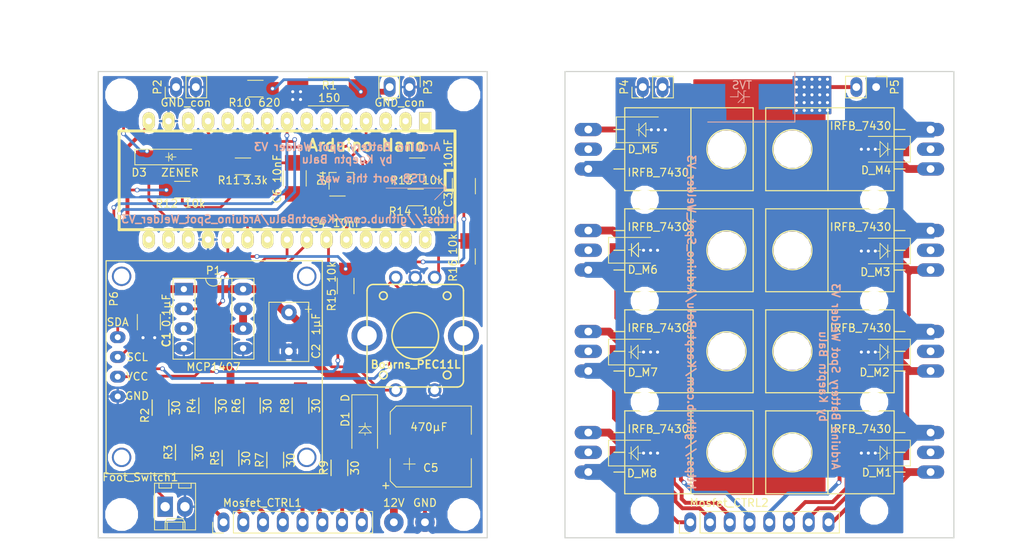
<source format=kicad_pcb>
(kicad_pcb (version 4) (host pcbnew 4.0.4-stable)
  (layers (0 F.Cu signal) (31 B.Cu signal) (34 B.Paste user) (35 F.Paste user) (36 B.SilkS user hide) (37 F.SilkS user) (38 B.Mask user hide) (39 F.Mask user) (44 Edge.Cuts user))
  (net 0 "")
  (net 1 /Vin)
  (net 2 GND)
  (net 3 +12V)
  (net 4 /D8)
  (net 5 /D7)
  (net 6 /D6)
  (net 7 +5V)
  (net 8 "Net-(Mosfet_CTRL1-Pad1)")
  (net 9 "Net-(Mosfet_CTRL1-Pad2)")
  (net 10 "Net-(Mosfet_CTRL1-Pad3)")
  (net 11 "Net-(Mosfet_CTRL1-Pad4)")
  (net 12 "Net-(Mosfet_CTRL1-Pad5)")
  (net 13 "Net-(Mosfet_CTRL1-Pad6)")
  (net 14 "Net-(Mosfet_CTRL1-Pad7)")
  (net 15 "Net-(Mosfet_CTRL1-Pad8)")
  (net 16 /D5)
  (net 17 "Net-(P1-Pad6)")
  (net 18 "Net-(P1-Pad3)")
  (net 19 "Net-(U1-Pad2)")
  (net 20 "Net-(U1-Pad3)")
  (net 21 "Net-(U1-Pad5)")
  (net 22 "Net-(U1-Pad6)")
  (net 23 "Net-(U1-Pad7)")
  (net 24 "Net-(U1-Pad10)")
  (net 25 "Net-(U1-Pad13)")
  (net 26 "Net-(U1-Pad16)")
  (net 27 "Net-(U1-Pad17)")
  (net 28 "Net-(U1-Pad18)")
  (net 29 /battery_minus)
  (net 30 /Probe)
  (net 31 /D3)
  (net 32 "Net-(P3-Pad2)")
  (net 33 /SCL)
  (net 34 /SDA)
  (net 35 "Net-(U1-Pad1)")
  (net 36 "Net-(U1-Pad11)")
  (net 37 "Net-(U1-Pad27)")
  (net 38 "Net-(U1-Pad28)")
  (net 39 "Net-(U1-Pad29)")
  (net 40 "Net-(U1-Pad30)")
  (net 41 "Net-(ENC1-PadA)")
  (net 42 "Net-(ENC1-PadB)")
  (net 43 /A0)
  (net 44 "Net-(U1-Pad22)")
  (net 45 "Net-(D_M1-Pad1)")
  (net 46 "Net-(D_M2-Pad1)")
  (net 47 "Net-(D_M3-Pad1)")
  (net 48 "Net-(D_M4-Pad1)")
  (net 49 "Net-(D_M5-Pad1)")
  (net 50 "Net-(D_M6-Pad1)")
  (net 51 "Net-(D_M7-Pad1)")
  (net 52 "Net-(D_M8-Pad1)")
  (net 53 /D2)
  (module arduino:arduino_mini (layer F.Cu) (at 93 84 180)
    (fp_text reference U1 hide)
    (fp_text value arduino_nano hide)
    (pad 1 thru_hole rect (at -19.05 7.62 180) (size 1.5748 2.286) (drill 0.8128) (layers *.Cu *.Mask F.SilkS) (net 35 "Net-(U1-Pad1)"))
    (pad 2 thru_hole oval (at -16.51 7.62 180) (size 1.5748 2.286) (drill 0.8128) (layers *.Cu *.Mask F.SilkS) (net 19 "Net-(U1-Pad2)"))
    (pad 3 thru_hole oval (at -13.97 7.62 180) (size 1.5748 2.286) (drill 0.8128) (layers *.Cu *.Mask F.SilkS) (net 20 "Net-(U1-Pad3)"))
    (pad 4 thru_hole oval (at -11.43 7.62 180) (size 1.5748 2.286) (drill 0.8128) (layers *.Cu *.Mask F.SilkS) (net 43 /A0))
    (pad 5 thru_hole oval (at -8.89 7.62 180) (size 1.5748 2.286) (drill 0.8128) (layers *.Cu *.Mask F.SilkS) (net 21 "Net-(U1-Pad5)"))
    (pad 6 thru_hole oval (at -6.35 7.62 180) (size 1.5748 2.286) (drill 0.8128) (layers *.Cu *.Mask F.SilkS) (net 22 "Net-(U1-Pad6)"))
    (pad 7 thru_hole oval (at -3.81 7.62 180) (size 1.5748 2.286) (drill 0.8128) (layers *.Cu *.Mask F.SilkS) (net 23 "Net-(U1-Pad7)"))
    (pad 8 thru_hole oval (at -1.27 7.62 180) (size 1.5748 2.286) (drill 0.8128) (layers *.Cu *.Mask F.SilkS) (net 34 /SDA))
    (pad 9 thru_hole oval (at 1.27 7.62 180) (size 1.5748 2.286) (drill 0.8128) (layers *.Cu *.Mask F.SilkS) (net 33 /SCL))
    (pad 10 thru_hole oval (at 3.81 7.62 180) (size 1.5748 2.286) (drill 0.8128) (layers *.Cu *.Mask F.SilkS) (net 24 "Net-(U1-Pad10)"))
    (pad 11 thru_hole oval (at 6.35 7.62 180) (size 1.5748 2.286) (drill 0.8128) (layers *.Cu *.Mask F.SilkS) (net 36 "Net-(U1-Pad11)"))
    (pad 12 thru_hole oval (at 8.89 7.62 180) (size 1.5748 2.286) (drill 0.8128) (layers *.Cu *.Mask F.SilkS) (net 7 +5V))
    (pad 13 thru_hole oval (at 11.43 7.62 180) (size 1.5748 2.286) (drill 0.8128) (layers *.Cu *.Mask F.SilkS) (net 25 "Net-(U1-Pad13)"))
    (pad 14 thru_hole oval (at 13.97 7.62 180) (size 1.5748 2.286) (drill 0.8128) (layers *.Cu *.Mask F.SilkS) (net 2 GND))
    (pad 15 thru_hole oval (at 16.51 7.62 180) (size 1.5748 2.286) (drill 0.8128) (layers *.Cu *.Mask F.SilkS) (net 1 /Vin))
    (pad 16 thru_hole oval (at 16.51 -7.62 180) (size 1.5748 2.286) (drill 0.8128) (layers *.Cu *.Mask F.SilkS) (net 26 "Net-(U1-Pad16)"))
    (pad 17 thru_hole oval (at 13.97 -7.62 180) (size 1.5748 2.286) (drill 0.8128) (layers *.Cu *.Mask F.SilkS) (net 27 "Net-(U1-Pad17)"))
    (pad 18 thru_hole oval (at 11.43 -7.62 180) (size 1.5748 2.286) (drill 0.8128) (layers *.Cu *.Mask F.SilkS) (net 28 "Net-(U1-Pad18)"))
    (pad 19 thru_hole oval (at 8.89 -7.62 180) (size 1.5748 2.286) (drill 0.8128) (layers *.Cu *.Mask F.SilkS) (net 2 GND))
    (pad 20 thru_hole oval (at 6.35 -7.62 180) (size 1.5748 2.286) (drill 0.8128) (layers *.Cu *.Mask F.SilkS) (net 53 /D2))
    (pad 21 thru_hole oval (at 3.81 -7.62 180) (size 1.5748 2.286) (drill 0.8128) (layers *.Cu *.Mask F.SilkS) (net 31 /D3))
    (pad 22 thru_hole oval (at 1.27 -7.62 180) (size 1.5748 2.286) (drill 0.8128) (layers *.Cu *.Mask F.SilkS) (net 44 "Net-(U1-Pad22)"))
    (pad 23 thru_hole oval (at -1.27 -7.62 180) (size 1.5748 2.286) (drill 0.8128) (layers *.Cu *.Mask F.SilkS) (net 16 /D5))
    (pad 24 thru_hole oval (at -3.81 -7.62 180) (size 1.5748 2.286) (drill 0.8128) (layers *.Cu *.Mask F.SilkS) (net 6 /D6))
    (pad 25 thru_hole oval (at -6.35 -7.62 180) (size 1.5748 2.286) (drill 0.8128) (layers *.Cu *.Mask F.SilkS) (net 5 /D7))
    (pad 26 thru_hole oval (at -8.89 -7.62 180) (size 1.5748 2.286) (drill 0.8128) (layers *.Cu *.Mask F.SilkS) (net 4 /D8))
    (pad 27 thru_hole oval (at -11.43 -7.62 180) (size 1.5748 2.286) (drill 0.8128) (layers *.Cu *.Mask F.SilkS) (net 37 "Net-(U1-Pad27)"))
    (pad 28 thru_hole oval (at -13.97 -7.62 180) (size 1.5748 2.286) (drill 0.8128) (layers *.Cu *.Mask F.SilkS) (net 38 "Net-(U1-Pad28)"))
    (pad 29 thru_hole oval (at -16.51 -7.62 180) (size 1.5748 2.286) (drill 0.8128) (layers *.Cu *.Mask F.SilkS) (net 39 "Net-(U1-Pad29)"))
    (pad 30 thru_hole oval (at -19.05 -7.62 180) (size 1.5748 2.286) (drill 0.8128) (layers *.Cu *.Mask F.SilkS) (net 40 "Net-(U1-Pad30)"))
  )
  (module pots_own:TO-220__long_Neutral123_Horizontal_LargePads (layer F.Cu) (at 176 80 90)
    (fp_text reference Q4 hide)
    (fp_text value IRFB_7430 (at 3 -8 180) (layer F.SilkS))
    (pad 2 thru_hole oval (at 0 1 180) (size 3.50012 1.69926) (drill 1.00076) (layers *.Cu *.Mask) (net 30 /Probe))
    (pad 1 thru_hole oval (at -2.54 1 180) (size 3.50012 1.69926) (drill 1.00076) (layers *.Cu *.Mask) (net 48 "Net-(D_M4-Pad1)"))
    (pad 3 thru_hole oval (at 2.54 1 180) (size 3.50012 1.69926) (drill 1.00076) (layers *.Cu *.Mask) (net 29 /battery_minus))
    (pad "" np_thru_hole circle (at 0 -16.764 180) (size 3.79984 3.79984) (drill 3.79984) (layers *.Cu *.Mask))
  )
  (module OLED_SSD1306:OLED_SSD1306_128x64 (layer F.Cu) (at 72.5 108 90)
    (fp_text reference P6 (at 8.75 -0.5 90) (layer F.SilkS))
    (fp_text value OLED_Display)
    (fp_text user SDA (at 5.75 0 180) (layer F.SilkS))
    (fp_text user SCL (at 1.25 2.5 180) (layer F.SilkS))
    (fp_text user GND (at -3.75 2.5 180) (layer F.SilkS))
    (fp_text user VCC (at -1.25 2.5 180) (layer F.SilkS))
    (pad 1 thru_hole oval (at -3.81 0 90) (size 1.524 2) (drill 0.762) (layers *.Cu *.Mask) (net 2 GND))
    (pad 2 thru_hole oval (at -1.27 0 90) (size 1.524 2) (drill 0.762) (layers *.Cu *.Mask) (net 7 +5V))
    (pad 3 thru_hole oval (at 1.27 0 90) (size 1.524 2) (drill 0.762) (layers *.Cu *.Mask) (net 33 /SCL))
    (pad 4 thru_hole oval (at 3.81 0 90) (size 1.524 2) (drill 0.762) (layers *.Cu *.Mask) (net 34 /SDA))
    (pad "" thru_hole circle (at -11.65 24.3 90) (size 2.5 2.5) (drill 2) (layers *.Cu *.Mask))
    (pad "" thru_hole circle (at -11.65 0.5 90) (size 2.5 2.5) (drill 2) (layers *.Cu *.Mask))
    (pad "" thru_hole circle (at 11.65 0.5 90) (size 2.5 2.5) (drill 2) (layers *.Cu *.Mask))
    (pad "" thru_hole circle (at 11.65 24.3 90) (size 2.5 2.5) (drill 2) (layers *.Cu *.Mask))
  )
  (module pots_own:TO-220__long_Neutral123_Horizontal_LargePads (layer F.Cu) (at 134 80 270)
    (fp_text reference Q5 hide)
    (fp_text value IRFB_7430 (at 3 -8 360) (layer F.SilkS))
    (pad 2 thru_hole oval (at 0 1) (size 3.50012 1.69926) (drill 1.00076) (layers *.Cu *.Mask) (net 30 /Probe))
    (pad 1 thru_hole oval (at -2.54 1) (size 3.50012 1.69926) (drill 1.00076) (layers *.Cu *.Mask) (net 49 "Net-(D_M5-Pad1)"))
    (pad 3 thru_hole oval (at 2.54 1) (size 3.50012 1.69926) (drill 1.00076) (layers *.Cu *.Mask) (net 29 /battery_minus))
    (pad "" np_thru_hole circle (at 0 -16.764) (size 3.79984 3.79984) (drill 3.79984) (layers *.Cu *.Mask))
  )
  (module Mounting_Holes:MountingHole_2.5mm (layer F.Cu) (at 169.75 86.5)
    (fp_text reference REF** hide)
    (fp_text value 2.6mm)
    (pad "" np_thru_hole circle (at 0 0) (size 2.6 2.6) (drill 2.6) (layers *.Cu *.Mask))
  )
  (module Mounting_Holes:MountingHole_2.5mm (layer F.Cu) (at 169.75 99.5)
    (fp_text reference REF** hide)
    (fp_text value 2.6mm)
    (pad "" np_thru_hole circle (at 0 0) (size 2.6 2.6) (drill 2.6) (layers *.Cu *.Mask))
  )
  (module Mounting_Holes:MountingHole_2.5mm (layer F.Cu) (at 169.75 112.5)
    (fp_text reference REF** hide)
    (fp_text value 2.6mm)
    (pad "" np_thru_hole circle (at 0 0) (size 2.6 2.6) (drill 2.6) (layers *.Cu *.Mask))
  )
  (module Mounting_Holes:MountingHole_2.5mm (layer F.Cu) (at 169.75 126.5)
    (fp_text reference REF** hide)
    (fp_text value 2.6mm)
    (pad "" np_thru_hole circle (at 0 0) (size 2.6 2.6) (drill 2.6) (layers *.Cu *.Mask))
  )
  (module Mounting_Holes:MountingHole_2.5mm (layer F.Cu) (at 140.25 126.5)
    (fp_text reference REF** hide)
    (fp_text value 2.6mm)
    (pad "" np_thru_hole circle (at 0 0) (size 2.6 2.6) (drill 2.6) (layers *.Cu *.Mask))
  )
  (module Mounting_Holes:MountingHole_2.5mm (layer F.Cu) (at 140.25 112.5)
    (fp_text reference REF** hide)
    (fp_text value 2.6mm)
    (pad "" np_thru_hole circle (at 0 0) (size 2.6 2.6) (drill 2.6) (layers *.Cu *.Mask))
  )
  (module Mounting_Holes:MountingHole_2.5mm (layer F.Cu) (at 140.25 99.5)
    (fp_text reference REF** hide)
    (fp_text value 2.6mm)
    (pad "" np_thru_hole circle (at 0 0) (size 2.6 2.6) (drill 2.6) (layers *.Cu *.Mask))
  )
  (module Mounting_Holes:MountingHole_3.2mm_M3 (layer F.Cu) (at 133 127)
    (fp_text reference REF** hide)
    (fp_text value 3.2mm hide)
    (pad 1 np_thru_hole circle (at 0 0) (size 3.2 3.2) (drill 3.2) (layers *.Cu *.Mask))
  )
  (module Mounting_Holes:MountingHole_3.2mm_M3 (layer F.Cu) (at 177 127)
    (fp_text reference REF** hide)
    (fp_text value 3.2mm hide)
    (pad 1 np_thru_hole circle (at 0 0) (size 3.2 3.2) (drill 3.2) (layers *.Cu *.Mask))
  )
  (module Mounting_Holes:MountingHole_3.2mm_M3 (layer F.Cu) (at 177 73)
    (fp_text reference REF** hide)
    (fp_text value 3.2mm hide)
    (pad 1 np_thru_hole circle (at 0 0) (size 3.2 3.2) (drill 3.2) (layers *.Cu *.Mask))
  )
  (module Capacitors_ThroughHole:C_Disc_D7.5mm_W5.0mm_P5.00mm (layer F.Cu) (at 94.5 101 270)
    (fp_text reference C2 (at 5 -3.5 270) (layer F.SilkS))
    (fp_text value 1µF (at 1.5 -3.5 270) (layer F.SilkS))
    (pad 1 thru_hole circle (at 0 0 270) (size 2 2) (drill 1) (layers *.Cu *.Mask) (net 1 /Vin))
    (pad 2 thru_hole circle (at 5 0 270) (size 2 2) (drill 1) (layers *.Cu *.Mask) (net 2 GND))
  )
  (module Housings_DIP:DIP-8_W7.62mm_Socket_LongPads (layer F.Cu) (at 81 98)
    (fp_text reference P1 (at 3.81 -2.39) (layer F.SilkS))
    (fp_text value MCP1407 (at 3.81 10.01) (layer F.SilkS))
    (pad 1 thru_hole rect (at 0 0) (size 2.4 1.6) (drill 0.8) (layers *.Cu *.Mask) (net 1 /Vin))
    (pad 5 thru_hole oval (at 7.62 7.62) (size 2.4 1.6) (drill 0.8) (layers *.Cu *.Mask) (net 2 GND))
    (pad 2 thru_hole oval (at 0 2.54) (size 2.4 1.6) (drill 0.8) (layers *.Cu *.Mask) (net 16 /D5))
    (pad 6 thru_hole oval (at 7.62 5.08) (size 2.4 1.6) (drill 0.8) (layers *.Cu *.Mask) (net 17 "Net-(P1-Pad6)"))
    (pad 3 thru_hole oval (at 0 5.08) (size 2.4 1.6) (drill 0.8) (layers *.Cu *.Mask) (net 18 "Net-(P1-Pad3)"))
    (pad 7 thru_hole oval (at 7.62 2.54) (size 2.4 1.6) (drill 0.8) (layers *.Cu *.Mask) (net 17 "Net-(P1-Pad6)"))
    (pad 4 thru_hole oval (at 0 7.62) (size 2.4 1.6) (drill 0.8) (layers *.Cu *.Mask) (net 2 GND))
    (pad 8 thru_hole oval (at 7.62 0) (size 2.4 1.6) (drill 0.8) (layers *.Cu *.Mask) (net 1 /Vin))
  )
  (module Pin_Headers:Pin_Header_Straight_1x02_Pitch2.54mm (layer F.Cu) (at 80 72 90)
    (fp_text reference P2 (at 0 -2.39 90) (layer F.SilkS))
    (fp_text value GND_con (at -2 1.25 180) (layer F.SilkS))
    (pad 1 thru_hole oval (at 0 0 90) (size 2.52 1.52) (drill 1) (layers *.Cu *.Mask) (net 2 GND))
    (pad 2 thru_hole oval (at 0 2.54 90) (size 2.52 1.52) (drill 1) (layers *.Cu *.Mask) (net 2 GND))
  )
  (module Pin_Headers:Pin_Header_Straight_1x02_Pitch2.54mm (layer F.Cu) (at 110 72 270)
    (fp_text reference P3 (at 0 -2.39 270) (layer F.SilkS))
    (fp_text value GND_con (at 2 1.25 360) (layer F.SilkS))
    (pad 1 thru_hole oval (at 0 0 270) (size 2.52 1.52) (drill 1) (layers *.Cu *.Mask) (net 2 GND))
    (pad 2 thru_hole oval (at 0 2.54 270) (size 2.52 1.52) (drill 1) (layers *.Cu *.Mask) (net 32 "Net-(P3-Pad2)"))
  )
  (module Resistors_SMD:R_1206_HandSoldering (layer F.Cu) (at 78 113.25 90)
    (fp_text reference R2 (at -1 -2 90) (layer F.SilkS))
    (fp_text value 30 (at 0 2 90) (layer F.SilkS))
    (pad 1 smd rect (at -2 0 90) (size 2 1.7) (layers F.Cu F.Paste F.Mask) (net 8 "Net-(Mosfet_CTRL1-Pad1)"))
    (pad 2 smd rect (at 2 0 90) (size 2 1.7) (layers F.Cu F.Paste F.Mask) (net 17 "Net-(P1-Pad6)"))
  )
  (module Resistors_SMD:R_1206_HandSoldering (layer F.Cu) (at 81 119 90)
    (fp_text reference R3 (at 0 -2 90) (layer F.SilkS))
    (fp_text value 30 (at 0 2 90) (layer F.SilkS))
    (pad 1 smd rect (at -2 0 90) (size 2 1.7) (layers F.Cu F.Paste F.Mask) (net 9 "Net-(Mosfet_CTRL1-Pad2)"))
    (pad 2 smd rect (at 2 0 90) (size 2 1.7) (layers F.Cu F.Paste F.Mask) (net 17 "Net-(P1-Pad6)"))
  )
  (module Resistors_SMD:R_1206_HandSoldering (layer F.Cu) (at 84 113 90)
    (fp_text reference R4 (at 0 -2 90) (layer F.SilkS))
    (fp_text value 30 (at 0 2 90) (layer F.SilkS))
    (pad 1 smd rect (at -2 0 90) (size 2 1.7) (layers F.Cu F.Paste F.Mask) (net 10 "Net-(Mosfet_CTRL1-Pad3)"))
    (pad 2 smd rect (at 2 0 90) (size 2 1.7) (layers F.Cu F.Paste F.Mask) (net 17 "Net-(P1-Pad6)"))
  )
  (module Resistors_SMD:R_1206_HandSoldering (layer F.Cu) (at 87 119.75 90)
    (fp_text reference R5 (at 0 -2 90) (layer F.SilkS))
    (fp_text value 30 (at 0 2 90) (layer F.SilkS))
    (pad 1 smd rect (at -2 0 90) (size 2 1.7) (layers F.Cu F.Paste F.Mask) (net 11 "Net-(Mosfet_CTRL1-Pad4)"))
    (pad 2 smd rect (at 2 0 90) (size 2 1.7) (layers F.Cu F.Paste F.Mask) (net 17 "Net-(P1-Pad6)"))
  )
  (module Resistors_SMD:R_1206_HandSoldering (layer F.Cu) (at 89.75 113 90)
    (fp_text reference R6 (at 0 -2 90) (layer F.SilkS))
    (fp_text value 30 (at 0 2 90) (layer F.SilkS))
    (pad 1 smd rect (at -2 0 90) (size 2 1.7) (layers F.Cu F.Paste F.Mask) (net 12 "Net-(Mosfet_CTRL1-Pad5)"))
    (pad 2 smd rect (at 2 0 90) (size 2 1.7) (layers F.Cu F.Paste F.Mask) (net 17 "Net-(P1-Pad6)"))
  )
  (module Resistors_SMD:R_1206_HandSoldering (layer F.Cu) (at 92.75 120 90)
    (fp_text reference R7 (at 0 -2 90) (layer F.SilkS))
    (fp_text value 30 (at 0 2 90) (layer F.SilkS))
    (pad 1 smd rect (at -2 0 90) (size 2 1.7) (layers F.Cu F.Paste F.Mask) (net 13 "Net-(Mosfet_CTRL1-Pad6)"))
    (pad 2 smd rect (at 2 0 90) (size 2 1.7) (layers F.Cu F.Paste F.Mask) (net 17 "Net-(P1-Pad6)"))
  )
  (module Resistors_SMD:R_1206_HandSoldering (layer F.Cu) (at 96 113 90)
    (fp_text reference R8 (at 0 -2 90) (layer F.SilkS))
    (fp_text value 30 (at 0 2 90) (layer F.SilkS))
    (pad 1 smd rect (at -2 0 90) (size 2 1.7) (layers F.Cu F.Paste F.Mask) (net 14 "Net-(Mosfet_CTRL1-Pad7)"))
    (pad 2 smd rect (at 2 0 90) (size 2 1.7) (layers F.Cu F.Paste F.Mask) (net 17 "Net-(P1-Pad6)"))
  )
  (module Resistors_SMD:R_1206_HandSoldering (layer F.Cu) (at 101 121 90)
    (fp_text reference R9 (at 0 -2 90) (layer F.SilkS))
    (fp_text value 30 (at 0 2 90) (layer F.SilkS))
    (pad 1 smd rect (at -2 0 90) (size 2 1.7) (layers F.Cu F.Paste F.Mask) (net 15 "Net-(Mosfet_CTRL1-Pad8)"))
    (pad 2 smd rect (at 2 0 90) (size 2 1.7) (layers F.Cu F.Paste F.Mask) (net 17 "Net-(P1-Pad6)"))
  )
  (module Mounting_Holes:MountingHole_3.2mm_M3 (layer F.Cu) (at 73 73)
    (fp_text reference REF** hide)
    (fp_text value 3.2mm hide)
    (pad 1 np_thru_hole circle (at 0 0) (size 3.2 3.2) (drill 3.2) (layers *.Cu *.Mask))
  )
  (module Mounting_Holes:MountingHole_3.2mm_M3 (layer F.Cu) (at 117 73)
    (fp_text reference REF** hide)
    (fp_text value 3.2mm hide)
    (pad 1 np_thru_hole circle (at 0 0) (size 3.2 3.2) (drill 3.2) (layers *.Cu *.Mask))
  )
  (module Mounting_Holes:MountingHole_3.2mm_M3 (layer F.Cu) (at 73 127)
    (fp_text reference REF** hide)
    (fp_text value 3.2mm hide)
    (pad 1 np_thru_hole circle (at 0 0) (size 3.2 3.2) (drill 3.2) (layers *.Cu *.Mask))
  )
  (module Mounting_Holes:MountingHole_3.2mm_M3 (layer F.Cu) (at 117 127)
    (fp_text reference REF** hide)
    (fp_text value 3.2mm hide)
    (pad 1 np_thru_hole circle (at 0 0) (size 3.2 3.2) (drill 3.2) (layers *.Cu *.Mask))
  )
  (module Wire_Pads:SolderWirePad_single_1mmDrill (layer F.Cu) (at 112 128)
    (fp_text reference W1 hide)
    (fp_text value GND (at 0 -2.5) (layer F.SilkS))
    (pad 1 thru_hole circle (at 0 0) (size 2.49936 2.49936) (drill 1.00076) (layers *.Cu *.Mask) (net 2 GND))
  )
  (module Wire_Pads:SolderWirePad_single_1mmDrill (layer F.Cu) (at 108 128)
    (fp_text reference W2 hide)
    (fp_text value 12V (at 0 -2.5) (layer F.SilkS))
    (pad 1 thru_hole circle (at 0 0) (size 2.49936 2.49936) (drill 1.00076) (layers *.Cu *.Mask) (net 3 +12V))
  )
  (module Pin_Headers:Pin_Header_Straight_1x02_Pitch2.54mm (layer F.Cu) (at 140 72 90)
    (fp_text reference P4 (at 0 -2.39 90) (layer F.SilkS))
    (fp_text value GND_con hide)
    (pad 1 thru_hole oval (at 0 0 90) (size 2.52 1.52) (drill 1) (layers *.Cu *.Mask) (net 29 /battery_minus))
    (pad 2 thru_hole oval (at 0 2.54 90) (size 2.52 1.52) (drill 1) (layers *.Cu *.Mask) (net 29 /battery_minus))
  )
  (module Pin_Headers:Pin_Header_Straight_1x02_Pitch2.54mm (layer F.Cu) (at 170 72 270)
    (fp_text reference P5 (at 0 -2.39 270) (layer F.SilkS))
    (fp_text value GND_con hide)
    (pad 1 thru_hole oval (at 0 0 270) (size 2.52 1.52) (drill 1) (layers *.Cu *.Mask) (net 29 /battery_minus))
    (pad 2 thru_hole oval (at 0 2.54 270) (size 2.52 1.52) (drill 1) (layers *.Cu *.Mask) (net 30 /Probe))
  )
  (module Mounting_Holes:MountingHole_3.2mm_M3 (layer F.Cu) (at 133 73)
    (fp_text reference REF** hide)
    (fp_text value 3.2mm hide)
    (pad 1 np_thru_hole circle (at 0 0) (size 3.2 3.2) (drill 3.2) (layers *.Cu *.Mask))
  )
  (module Mounting_Holes:MountingHole_2.5mm (layer F.Cu) (at 140.25 86.5)
    (fp_text reference REF** hide)
    (fp_text value 2.6mm)
    (pad "" np_thru_hole circle (at 0 0) (size 2.6 2.6) (drill 2.6) (layers *.Cu *.Mask))
  )
  (module pots_own:TO-220__long_Neutral123_Horizontal_LargePads (layer F.Cu) (at 176 119 90)
    (fp_text reference Q1 hide)
    (fp_text value IRFB_7430 (at 3 -8 180) (layer F.SilkS))
    (pad 2 thru_hole oval (at 0 1 180) (size 3.50012 1.69926) (drill 1.00076) (layers *.Cu *.Mask) (net 30 /Probe))
    (pad 1 thru_hole oval (at -2.54 1 180) (size 3.50012 1.69926) (drill 1.00076) (layers *.Cu *.Mask) (net 45 "Net-(D_M1-Pad1)"))
    (pad 3 thru_hole oval (at 2.54 1 180) (size 3.50012 1.69926) (drill 1.00076) (layers *.Cu *.Mask) (net 29 /battery_minus))
    (pad "" np_thru_hole circle (at 0 -16.764 180) (size 3.79984 3.79984) (drill 3.79984) (layers *.Cu *.Mask))
  )
  (module pots_own:TO-220__long_Neutral123_Horizontal_LargePads (layer F.Cu) (at 176 106 90)
    (fp_text reference Q2 hide)
    (fp_text value IRFB_7430 (at 3 -8 180) (layer F.SilkS))
    (pad 2 thru_hole oval (at 0 1 180) (size 3.50012 1.69926) (drill 1.00076) (layers *.Cu *.Mask) (net 30 /Probe))
    (pad 1 thru_hole oval (at -2.54 1 180) (size 3.50012 1.69926) (drill 1.00076) (layers *.Cu *.Mask) (net 46 "Net-(D_M2-Pad1)"))
    (pad 3 thru_hole oval (at 2.54 1 180) (size 3.50012 1.69926) (drill 1.00076) (layers *.Cu *.Mask) (net 29 /battery_minus))
    (pad "" np_thru_hole circle (at 0 -16.764 180) (size 3.79984 3.79984) (drill 3.79984) (layers *.Cu *.Mask))
  )
  (module pots_own:TO-220__long_Neutral123_Horizontal_LargePads (layer F.Cu) (at 176 93 90)
    (fp_text reference Q3 hide)
    (fp_text value IRFB_7430 (at 3 -8 180) (layer F.SilkS))
    (pad 2 thru_hole oval (at 0 1 180) (size 3.50012 1.69926) (drill 1.00076) (layers *.Cu *.Mask) (net 30 /Probe))
    (pad 1 thru_hole oval (at -2.54 1 180) (size 3.50012 1.69926) (drill 1.00076) (layers *.Cu *.Mask) (net 47 "Net-(D_M3-Pad1)"))
    (pad 3 thru_hole oval (at 2.54 1 180) (size 3.50012 1.69926) (drill 1.00076) (layers *.Cu *.Mask) (net 29 /battery_minus))
    (pad "" np_thru_hole circle (at 0 -16.764 180) (size 3.79984 3.79984) (drill 3.79984) (layers *.Cu *.Mask))
  )
  (module pots_own:TO-220__long_Neutral123_Horizontal_LargePads (layer F.Cu) (at 134 93 270)
    (fp_text reference Q6 hide)
    (fp_text value IRFB_7430 (at -3 -8 360) (layer F.SilkS))
    (pad 2 thru_hole oval (at 0 1) (size 3.50012 1.69926) (drill 1.00076) (layers *.Cu *.Mask) (net 30 /Probe))
    (pad 1 thru_hole oval (at -2.54 1) (size 3.50012 1.69926) (drill 1.00076) (layers *.Cu *.Mask) (net 50 "Net-(D_M6-Pad1)"))
    (pad 3 thru_hole oval (at 2.54 1) (size 3.50012 1.69926) (drill 1.00076) (layers *.Cu *.Mask) (net 29 /battery_minus))
    (pad "" np_thru_hole circle (at 0 -16.764) (size 3.79984 3.79984) (drill 3.79984) (layers *.Cu *.Mask))
  )
  (module pots_own:TO-220__long_Neutral123_Horizontal_LargePads (layer F.Cu) (at 134 106 270)
    (fp_text reference Q7 hide)
    (fp_text value IRFB_7430 (at -3 -8 360) (layer F.SilkS))
    (pad 2 thru_hole oval (at 0 1) (size 3.50012 1.69926) (drill 1.00076) (layers *.Cu *.Mask) (net 30 /Probe))
    (pad 1 thru_hole oval (at -2.54 1) (size 3.50012 1.69926) (drill 1.00076) (layers *.Cu *.Mask) (net 51 "Net-(D_M7-Pad1)"))
    (pad 3 thru_hole oval (at 2.54 1) (size 3.50012 1.69926) (drill 1.00076) (layers *.Cu *.Mask) (net 29 /battery_minus))
    (pad "" np_thru_hole circle (at 0 -16.764) (size 3.79984 3.79984) (drill 3.79984) (layers *.Cu *.Mask))
  )
  (module pots_own:TO-220__long_Neutral123_Horizontal_LargePads (layer F.Cu) (at 134 119 270)
    (fp_text reference Q8 hide)
    (fp_text value IRFB_7430 (at -3 -8 360) (layer F.SilkS))
    (pad 2 thru_hole oval (at 0 1) (size 3.50012 1.69926) (drill 1.00076) (layers *.Cu *.Mask) (net 30 /Probe))
    (pad 1 thru_hole oval (at -2.54 1) (size 3.50012 1.69926) (drill 1.00076) (layers *.Cu *.Mask) (net 52 "Net-(D_M8-Pad1)"))
    (pad 3 thru_hole oval (at 2.54 1) (size 3.50012 1.69926) (drill 1.00076) (layers *.Cu *.Mask) (net 29 /battery_minus))
    (pad "" np_thru_hole circle (at 0 -16.764) (size 3.79984 3.79984) (drill 3.79984) (layers *.Cu *.Mask))
  )
  (module pots_own:Pin_Header_Straight_1x08_Pitch2.54mm_Large_Pads (layer F.Cu) (at 86.1 128 90)
    (fp_text reference Mosfet_CTRL1 (at 2.5 5 180) (layer F.SilkS))
    (fp_text value CONN_01X08)
    (pad 1 thru_hole oval (at 0 0 90) (size 2.52 1.52) (drill 1) (layers *.Cu *.Mask) (net 8 "Net-(Mosfet_CTRL1-Pad1)"))
    (pad 2 thru_hole oval (at 0 2.54 90) (size 2.52 1.52) (drill 1) (layers *.Cu *.Mask) (net 9 "Net-(Mosfet_CTRL1-Pad2)"))
    (pad 3 thru_hole oval (at 0 5.08 90) (size 2.52 1.52) (drill 1) (layers *.Cu *.Mask) (net 10 "Net-(Mosfet_CTRL1-Pad3)"))
    (pad 4 thru_hole oval (at 0 7.62 90) (size 2.52 1.52) (drill 1) (layers *.Cu *.Mask) (net 11 "Net-(Mosfet_CTRL1-Pad4)"))
    (pad 5 thru_hole oval (at 0 10.16 90) (size 2.52 1.52) (drill 1) (layers *.Cu *.Mask) (net 12 "Net-(Mosfet_CTRL1-Pad5)"))
    (pad 6 thru_hole oval (at 0 12.7 90) (size 2.52 1.52) (drill 1) (layers *.Cu *.Mask) (net 13 "Net-(Mosfet_CTRL1-Pad6)"))
    (pad 7 thru_hole oval (at 0 15.24 90) (size 2.52 1.52) (drill 1) (layers *.Cu *.Mask) (net 14 "Net-(Mosfet_CTRL1-Pad7)"))
    (pad 8 thru_hole oval (at 0 17.78 90) (size 2.52 1.52) (drill 1) (layers *.Cu *.Mask) (net 15 "Net-(Mosfet_CTRL1-Pad8)"))
  )
  (module pots_own:Pin_Header_Straight_1x08_Pitch2.54mm_Large_Pads (layer F.Cu) (at 146.1 128 90)
    (fp_text reference Mosfet_CTRL2 (at 2.5 5 180) (layer F.SilkS))
    (fp_text value CONN_01X08)
    (pad 1 thru_hole oval (at 0 0 90) (size 2.52 1.52) (drill 1) (layers *.Cu *.Mask) (net 52 "Net-(D_M8-Pad1)"))
    (pad 2 thru_hole oval (at 0 2.54 90) (size 2.52 1.52) (drill 1) (layers *.Cu *.Mask) (net 51 "Net-(D_M7-Pad1)"))
    (pad 3 thru_hole oval (at 0 5.08 90) (size 2.52 1.52) (drill 1) (layers *.Cu *.Mask) (net 50 "Net-(D_M6-Pad1)"))
    (pad 4 thru_hole oval (at 0 7.62 90) (size 2.52 1.52) (drill 1) (layers *.Cu *.Mask) (net 49 "Net-(D_M5-Pad1)"))
    (pad 5 thru_hole oval (at 0 10.16 90) (size 2.52 1.52) (drill 1) (layers *.Cu *.Mask) (net 48 "Net-(D_M4-Pad1)"))
    (pad 6 thru_hole oval (at 0 12.7 90) (size 2.52 1.52) (drill 1) (layers *.Cu *.Mask) (net 47 "Net-(D_M3-Pad1)"))
    (pad 7 thru_hole oval (at 0 15.24 90) (size 2.52 1.52) (drill 1) (layers *.Cu *.Mask) (net 46 "Net-(D_M2-Pad1)"))
    (pad 8 thru_hole oval (at 0 17.78 90) (size 2.52 1.52) (drill 1) (layers *.Cu *.Mask) (net 45 "Net-(D_M1-Pad1)"))
  )
  (module Capacitors_SMD:C_1210_HandSoldering (layer F.Cu) (at 76.5 102.25 270)
    (fp_text reference C1 (at 2.25 -2.25 270) (layer F.SilkS))
    (fp_text value 0.1µF (at -1.5 -2.25 270) (layer F.SilkS))
    (pad 1 smd rect (at -2 0 270) (size 2 2.5) (layers F.Cu F.Paste F.Mask) (net 1 /Vin))
    (pad 2 smd rect (at 2 0 270) (size 2 2.5) (layers F.Cu F.Paste F.Mask) (net 2 GND))
  )
  (module Diodes_SMD:D_SMA_Handsoldering (layer F.Cu) (at 104.25 116 270)
    (fp_text reference D1 (at -1.25 2.5 270) (layer F.SilkS))
    (fp_text value D (at -4 2.5 270) (layer F.SilkS))
    (pad 1 smd rect (at -2.5 0 270) (size 3.5 1.8) (layers F.Cu F.Paste F.Mask) (net 1 /Vin))
    (pad 2 smd rect (at 2.5 0 270) (size 3.5 1.8) (layers F.Cu F.Paste F.Mask) (net 3 +12V))
  )
  (module Diodes_SMD:D_MiniMELF_Handsoldering (layer F.Cu) (at 79.25 81)
    (fp_text reference D3 (at -4 2) (layer F.SilkS))
    (fp_text value ZENER (at 1.25 2) (layer F.SilkS))
    (pad 1 smd rect (at -2.75 0) (size 3.3 1.7) (layers F.Cu F.Paste F.Mask) (net 31 /D3))
    (pad 2 smd rect (at 2.75 0) (size 3.3 1.7) (layers F.Cu F.Paste F.Mask) (net 2 GND))
  )
  (module Capacitors_SMD:C_1210_HandSoldering (layer F.Cu) (at 117 84.75 90)
    (fp_text reference C3 (at -1.75 -2 90) (layer F.SilkS))
    (fp_text value 10nF (at 4.25 -2 90) (layer F.SilkS))
    (pad 1 smd rect (at -2 0 90) (size 2 2.5) (layers F.Cu F.Paste F.Mask) (net 53 /D2))
    (pad 2 smd rect (at 2 0 90) (size 2 2.5) (layers F.Cu F.Paste F.Mask) (net 2 GND))
  )
  (module Capacitors_SMD:C_1210_HandSoldering (layer F.Cu) (at 100.75 87.5 180)
    (fp_text reference C4 (at 2.5 -2 180) (layer F.SilkS))
    (fp_text value 10nF (at -1.25 -2 180) (layer F.SilkS))
    (pad 1 smd rect (at -2 0 180) (size 2 2.5) (layers F.Cu F.Paste F.Mask) (net 4 /D8))
    (pad 2 smd rect (at 2 0 180) (size 2 2.5) (layers F.Cu F.Paste F.Mask) (net 2 GND))
  )
  (module Rotary-Encoders:ALPS_STEC12E08 (layer F.Cu) (at 110.75 104 180)
    (fp_text reference C1 (at 32 -0.5 270) (layer F.SilkS) (effects (font (thickness 0.2))))
    (fp_text value Bourns_PEC11L (at -0.05 -3.7 180) (layer F.SilkS) (effects (font (thickness 0.2))))
    (pad A thru_hole circle (at -2.5 7.5 180) (size 1.75 1.75) (drill 1.1) (layers *.Cu *.Mask) (net 41 "Net-(ENC1-PadA)"))
    (pad B thru_hole circle (at 2.5 7.5 180) (size 1.75 1.75) (drill 1.1) (layers *.Cu *.Mask) (net 42 "Net-(ENC1-PadB)"))
    (pad C thru_hole circle (at 0 7.5 180) (size 1.75 1.75) (drill 1.1) (layers *.Cu *.Mask) (net 2 GND))
    (pad SW2 thru_hole circle (at 2.5 -7 180) (size 1.75 1.75) (drill 1.1) (layers *.Cu *.Mask) (net 6 /D6))
    (pad SW1 thru_hole circle (at -2.5 -7 180) (size 1.75 1.75) (drill 1.1) (layers *.Cu *.Mask) (net 2 GND))
    (pad body thru_hole oval (at 6.2 0 180) (size 4 4) (drill 2.5) (layers *.Cu *.Mask))
    (pad body thru_hole oval (at -6.2 0 180) (size 4 4) (drill 2.5) (layers *.Cu *.Mask))
  )
  (module Capacitors_SMD:CP_Elec_10x10 (layer F.Cu) (at 112.75 118.25)
    (fp_text reference C5 (at 0 2.75) (layer F.SilkS))
    (fp_text value 470µF (at -0.25 -2.5) (layer F.SilkS))
    (fp_text user + (at -5.78 4.97) (layer F.SilkS))
    (pad 1 smd rect (at -4 0 180) (size 4 2.5) (layers F.Cu F.Paste F.Mask) (net 1 /Vin))
    (pad 2 smd rect (at 4 0 180) (size 4 2.5) (layers F.Cu F.Paste F.Mask) (net 2 GND))
  )
  (module Capacitors_SMD:C_1210_HandSoldering (layer F.Cu) (at 95.25 83.75 90)
    (fp_text reference C6 (at -2.25 -2.25 90) (layer F.SilkS))
    (fp_text value 10nF (at 1.25 -2.25 90) (layer F.SilkS))
    (pad 1 smd rect (at -2 0 90) (size 2 2.5) (layers F.Cu F.Paste F.Mask) (net 2 GND))
    (pad 2 smd rect (at 2 0 90) (size 2 2.5) (layers F.Cu F.Paste F.Mask) (net 43 /A0))
  )
  (module TO_SOT_Packages_SMD:SOT-23 (layer F.Cu) (at 101.25 83.75 90)
    (fp_text reference D4 (at 0 -2.5 90) (layer F.SilkS))
    (fp_text value D_Schottky_BAV99)
    (pad 1 smd rect (at -1 -0.95 90) (size 0.9 0.8) (layers F.Cu F.Paste F.Mask) (net 2 GND))
    (pad 2 smd rect (at -1 0.95 90) (size 0.9 0.8) (layers F.Cu F.Paste F.Mask) (net 7 +5V))
    (pad 3 smd rect (at 1 0 90) (size 0.9 0.8) (layers F.Cu F.Paste F.Mask) (net 43 /A0))
  )
  (module Diodes_SMD:D_SMC_Handsoldering (layer B.Cu) (at 152.75 73.25 180)
    (fp_text reference TVS (at 0 1.5 180) (layer B.SilkS) (effects (justify mirror)))
    (fp_text value 5.0SMDJ13A)
    (pad 1 smd rect (at -4.4 0 90) (size 3.3 4.5) (layers B.Cu B.Paste B.Mask) (net 30 /Probe))
    (pad 2 smd rect (at 4.4 0 90) (size 3.3 4.5) (layers B.Cu B.Paste B.Mask) (net 29 /battery_minus))
  )
  (module Diodes_SMD:D_SMA (layer F.Cu) (at 171 119.1 180)
    (fp_text reference D_M1 (at 0.9 -2.5 180) (layer F.SilkS))
    (fp_text value TVS-SMAJ13A-13-F)
    (pad 1 smd rect (at -2 0 180) (size 2.5 1.8) (layers F.Cu F.Paste F.Mask) (net 45 "Net-(D_M1-Pad1)"))
    (pad 2 smd rect (at 2 0 180) (size 2.5 1.8) (layers F.Cu F.Paste F.Mask) (net 29 /battery_minus))
  )
  (module Diodes_SMD:D_SMA (layer F.Cu) (at 171 106.1 180)
    (fp_text reference D_M2 (at 1.2 -2.6 180) (layer F.SilkS))
    (fp_text value TVS-SMAJ13A-13-F)
    (pad 1 smd rect (at -2 0 180) (size 2.5 1.8) (layers F.Cu F.Paste F.Mask) (net 46 "Net-(D_M2-Pad1)"))
    (pad 2 smd rect (at 2 0 180) (size 2.5 1.8) (layers F.Cu F.Paste F.Mask) (net 29 /battery_minus))
  )
  (module Diodes_SMD:D_SMA (layer F.Cu) (at 171 93.1 180)
    (fp_text reference D_M3 (at 1.1 -2.7 180) (layer F.SilkS))
    (fp_text value TVS-SMAJ13A-13-F)
    (pad 1 smd rect (at -2 0 180) (size 2.5 1.8) (layers F.Cu F.Paste F.Mask) (net 47 "Net-(D_M3-Pad1)"))
    (pad 2 smd rect (at 2 0 180) (size 2.5 1.8) (layers F.Cu F.Paste F.Mask) (net 29 /battery_minus))
  )
  (module Diodes_SMD:D_SMA (layer F.Cu) (at 171 80 180)
    (fp_text reference D_M4 (at 1 -2.7 180) (layer F.SilkS))
    (fp_text value TVS-SMAJ13A-13-F)
    (pad 1 smd rect (at -2 0 180) (size 2.5 1.8) (layers F.Cu F.Paste F.Mask) (net 48 "Net-(D_M4-Pad1)"))
    (pad 2 smd rect (at 2 0 180) (size 2.5 1.8) (layers F.Cu F.Paste F.Mask) (net 29 /battery_minus))
  )
  (module Diodes_SMD:D_SMA (layer F.Cu) (at 140 77.5)
    (fp_text reference D_M5 (at 0 2.5) (layer F.SilkS))
    (fp_text value TVS-SMAJ13A-13-F)
    (pad 1 smd rect (at -2 0) (size 2.5 1.8) (layers F.Cu F.Paste F.Mask) (net 49 "Net-(D_M5-Pad1)"))
    (pad 2 smd rect (at 2 0) (size 2.5 1.8) (layers F.Cu F.Paste F.Mask) (net 29 /battery_minus))
  )
  (module Diodes_SMD:D_SMA (layer F.Cu) (at 139 93)
    (fp_text reference D_M6 (at 1 2.5) (layer F.SilkS))
    (fp_text value TVS-SMAJ13A-13-F)
    (pad 1 smd rect (at -2 0) (size 2.5 1.8) (layers F.Cu F.Paste F.Mask) (net 50 "Net-(D_M6-Pad1)"))
    (pad 2 smd rect (at 2 0) (size 2.5 1.8) (layers F.Cu F.Paste F.Mask) (net 29 /battery_minus))
  )
  (module Diodes_SMD:D_SMA (layer F.Cu) (at 139 106.1)
    (fp_text reference D_M7 (at 1 2.6) (layer F.SilkS))
    (fp_text value TVS-SMAJ13A-13-F)
    (pad 1 smd rect (at -2 0) (size 2.5 1.8) (layers F.Cu F.Paste F.Mask) (net 51 "Net-(D_M7-Pad1)"))
    (pad 2 smd rect (at 2 0) (size 2.5 1.8) (layers F.Cu F.Paste F.Mask) (net 29 /battery_minus))
  )
  (module Diodes_SMD:D_SMA (layer F.Cu) (at 139 119.1)
    (fp_text reference D_M8 (at 0.9 2.6) (layer F.SilkS))
    (fp_text value TVS-SMAJ13A-13-F)
    (pad 1 smd rect (at -2 0) (size 2.5 1.8) (layers F.Cu F.Paste F.Mask) (net 52 "Net-(D_M8-Pad1)"))
    (pad 2 smd rect (at 2 0) (size 2.5 1.8) (layers F.Cu F.Paste F.Mask) (net 29 /battery_minus))
  )
  (module Connectors_Molex:Molex_KK-6410-02_02x2.54mm_Straight (layer F.Cu) (at 78.6 126)
    (fp_text reference Foot_Switch1 (at -3.2 -3.8) (layer F.SilkS))
    (fp_text value CONN_01X02 hide)
    (pad 1 thru_hole rect (at 0 0) (size 2 2.6) (drill 1.2) (layers *.Cu *.Mask) (net 5 /D7))
    (pad 2 thru_hole oval (at 2.54 0) (size 2 2.6) (drill 1.2) (layers *.Cu *.Mask) (net 2 GND))
  )
  (module Resistors_SMD:R_2512_HandSoldering (layer F.Cu) (at 99.6 72.6 180)
    (fp_text reference R1 (at -0.1 0.8 180) (layer F.SilkS))
    (fp_text value 150 (at -0.1 -0.8 180) (layer F.SilkS))
    (pad 1 smd rect (at -3.95 0 180) (size 2.7 3.2) (layers F.Cu F.Paste F.Mask) (net 32 "Net-(P3-Pad2)"))
    (pad 2 smd rect (at 3.95 0 180) (size 2.7 3.2) (layers F.Cu F.Paste F.Mask) (net 2 GND))
  )
  (module Resistors_SMD:R_1206_HandSoldering (layer F.Cu) (at 90.2 72.2 180)
    (fp_text reference R10 (at 2 -1.8 180) (layer F.SilkS))
    (fp_text value 620 (at -1.8 -1.8 180) (layer F.SilkS))
    (pad 1 smd rect (at -2 0 180) (size 2 1.7) (layers F.Cu F.Paste F.Mask) (net 32 "Net-(P3-Pad2)"))
    (pad 2 smd rect (at 2 0 180) (size 2 1.7) (layers F.Cu F.Paste F.Mask) (net 31 /D3))
  )
  (module Resistors_SMD:R_1206_HandSoldering (layer F.Cu) (at 88.6 82.2)
    (fp_text reference R11 (at -1.8 1.8) (layer F.SilkS))
    (fp_text value 3.3k (at 1.6 1.8) (layer F.SilkS))
    (pad 1 smd rect (at -2 0) (size 2 1.7) (layers F.Cu F.Paste F.Mask) (net 2 GND))
    (pad 2 smd rect (at 2 0) (size 2 1.7) (layers F.Cu F.Paste F.Mask) (net 43 /A0))
  )
  (module Resistors_SMD:R_1206_HandSoldering (layer F.Cu) (at 80.8 85.2 180)
    (fp_text reference R12 (at 2 -1.8 180) (layer F.SilkS))
    (fp_text value 10k (at -1.6 -1.8 180) (layer F.SilkS))
    (pad 1 smd rect (at -2 0 180) (size 2 1.7) (layers F.Cu F.Paste F.Mask) (net 43 /A0))
    (pad 2 smd rect (at 2 0 180) (size 2 1.7) (layers F.Cu F.Paste F.Mask) (net 1 /Vin))
  )
  (module Resistors_SMD:R_1206_HandSoldering (layer F.Cu) (at 111 82.2)
    (fp_text reference R13 (at -2 1.8) (layer F.SilkS))
    (fp_text value 10k (at 2 1.8) (layer F.SilkS))
    (pad 1 smd rect (at -2 0) (size 2 1.7) (layers F.Cu F.Paste F.Mask) (net 7 +5V))
    (pad 2 smd rect (at 2 0) (size 2 1.7) (layers F.Cu F.Paste F.Mask) (net 41 "Net-(ENC1-PadA)"))
  )
  (module Resistors_SMD:R_1206_HandSoldering (layer F.Cu) (at 110.8 86.2)
    (fp_text reference R14 (at -2 1.8) (layer F.SilkS))
    (fp_text value 10k (at 2.2 1.8) (layer F.SilkS))
    (pad 1 smd rect (at -2 0) (size 2 1.7) (layers F.Cu F.Paste F.Mask) (net 4 /D8))
    (pad 2 smd rect (at 2 0) (size 2 1.7) (layers F.Cu F.Paste F.Mask) (net 41 "Net-(ENC1-PadA)"))
  )
  (module Resistors_SMD:R_1206_HandSoldering (layer F.Cu) (at 101.8 97.6 270)
    (fp_text reference R15 (at 1.8 1.8 270) (layer F.SilkS))
    (fp_text value 10k (at -1.8 1.8 270) (layer F.SilkS))
    (pad 1 smd rect (at -2 0 270) (size 2 1.7) (layers F.Cu F.Paste F.Mask) (net 53 /D2))
    (pad 2 smd rect (at 2 0 270) (size 2 1.7) (layers F.Cu F.Paste F.Mask) (net 42 "Net-(ENC1-PadB)"))
  )
  (module Resistors_SMD:R_1206_HandSoldering (layer F.Cu) (at 117.4 93.8 90)
    (fp_text reference R16 (at -1.8 -1.8 90) (layer F.SilkS))
    (fp_text value 10k (at 1.6 -1.8 90) (layer F.SilkS))
    (pad 1 smd rect (at -2 0 90) (size 2 1.7) (layers F.Cu F.Paste F.Mask) (net 42 "Net-(ENC1-PadB)"))
    (pad 2 smd rect (at 2 0 90) (size 2 1.7) (layers F.Cu F.Paste F.Mask) (net 7 +5V))
  )
  (gr_line (start 171.4 119.1) (end 171.8 119.1) (angle 90) (layer F.SilkS) (width 0.1))
  (gr_line (start 170.5 119.1) (end 170.2 119.1) (angle 90) (layer F.SilkS) (width 0.1))
  (gr_line (start 104.3 116.5) (end 104.3 116.8) (angle 90) (layer F.SilkS) (width 0.1))
  (gr_line (start 104.3 115.7) (end 104.3 115.2) (angle 90) (layer F.SilkS) (width 0.1))
  (gr_line (start 103.5 115.7) (end 105.1 115.7) (angle 90) (layer F.SilkS) (width 0.1))
  (gr_line (start 104.3 115.7) (end 103.5 115.7) (angle 90) (layer F.SilkS) (width 0.1))
  (gr_line (start 104.3 115.7) (end 103.5 116.5) (angle 90) (layer F.SilkS) (width 0.1))
  (gr_line (start 105.1 116.5) (end 104.3 115.7) (angle 90) (layer F.SilkS) (width 0.1))
  (gr_line (start 105 116.5) (end 105.1 116.5) (angle 90) (layer F.SilkS) (width 0.1))
  (gr_line (start 103.5 116.5) (end 105 116.5) (angle 90) (layer F.SilkS) (width 0.1))
  (gr_line (start 138.5 118.3) (end 138.5 119.9) (angle 90) (layer F.SilkS) (width 0.1))
  (gr_line (start 138.5 105.3) (end 138.5 106.9) (angle 90) (layer F.SilkS) (width 0.1))
  (gr_line (start 171.5 79.2) (end 171.5 80.8) (angle 90) (layer F.SilkS) (width 0.1))
  (gr_line (start 170.5 80) (end 170.2 80) (angle 90) (layer F.SilkS) (width 0.1))
  (gr_line (start 171.5 80) (end 171.8 80) (angle 90) (layer F.SilkS) (width 0.1))
  (gr_line (start 170.5 81) (end 171.5 80) (angle 90) (layer F.SilkS) (width 0.1))
  (gr_line (start 170.5 79) (end 170.5 81) (angle 90) (layer F.SilkS) (width 0.1))
  (gr_line (start 171.5 80) (end 170.5 79) (angle 90) (layer F.SilkS) (width 0.1))
  (gr_line (start 171.5 92.3) (end 171.5 93.9) (angle 90) (layer F.SilkS) (width 0.1))
  (gr_line (start 170.5 93.1) (end 170.2 93.1) (angle 90) (layer F.SilkS) (width 0.1))
  (gr_line (start 171.5 93.1) (end 171.8 93.1) (angle 90) (layer F.SilkS) (width 0.1))
  (gr_line (start 170.5 94.1) (end 171.5 93.1) (angle 90) (layer F.SilkS) (width 0.1))
  (gr_line (start 170.5 92.1) (end 170.5 94.1) (angle 90) (layer F.SilkS) (width 0.1))
  (gr_line (start 171.5 93.1) (end 170.5 92.1) (angle 90) (layer F.SilkS) (width 0.1))
  (gr_line (start 171.5 106.1) (end 171.5 106.9) (angle 90) (layer F.SilkS) (width 0.1))
  (gr_line (start 171.5 105.3) (end 171.5 106.1) (angle 90) (layer F.SilkS) (width 0.1))
  (gr_line (start 171.5 106.1) (end 171.5 105.3) (angle 90) (layer F.SilkS) (width 0.1))
  (gr_line (start 170.5 106.1) (end 170.2 106.1) (angle 90) (layer F.SilkS) (width 0.1))
  (gr_line (start 171.5 106.1) (end 171.7 106.1) (angle 90) (layer F.SilkS) (width 0.1))
  (gr_line (start 170.5 107.1) (end 171.5 106.1) (angle 90) (layer F.SilkS) (width 0.1))
  (gr_line (start 170.5 105.1) (end 170.5 107.1) (angle 90) (layer F.SilkS) (width 0.1))
  (gr_line (start 171.5 106.1) (end 170.5 105.1) (angle 90) (layer F.SilkS) (width 0.1))
  (gr_line (start 171.4 119.9) (end 171.4 118.3) (angle 90) (layer F.SilkS) (width 0.1))
  (gr_line (start 172.3 119.6) (end 172.3 119.2) (angle 90) (layer F.SilkS) (width 0.1))
  (gr_line (start 172.3 120.8) (end 172.3 119.6) (angle 90) (layer F.SilkS) (width 0.1))
  (gr_line (start 172.3 120.5) (end 172.3 120.8) (angle 90) (layer F.SilkS) (width 0.1))
  (gr_line (start 170.5 118.2) (end 171.4 119.1) (angle 90) (layer F.SilkS) (width 0.1))
  (gr_line (start 170.5 120) (end 170.5 118.2) (angle 90) (layer F.SilkS) (width 0.1))
  (gr_line (start 171.4 119.1) (end 170.5 120) (angle 90) (layer F.SilkS) (width 0.1))
  (gr_line (start 139.5 77.5) (end 139.5 78.3) (angle 90) (layer F.SilkS) (width 0.1))
  (gr_line (start 139.5 77.5) (end 139.5 76.7) (angle 90) (layer F.SilkS) (width 0.1))
  (gr_line (start 140.4 77.5) (end 140.8 77.5) (angle 90) (layer F.SilkS) (width 0.1))
  (gr_line (start 139.5 77.5) (end 139.2 77.5) (angle 90) (layer F.SilkS) (width 0.1))
  (gr_line (start 140.4 78.4) (end 139.5 77.5) (angle 90) (layer F.SilkS) (width 0.1))
  (gr_line (start 140.4 76.6) (end 140.4 78.4) (angle 90) (layer F.SilkS) (width 0.1))
  (gr_line (start 139.5 77.5) (end 140.4 76.6) (angle 90) (layer F.SilkS) (width 0.1))
  (gr_line (start 139.8 119.1) (end 139.4 119.1) (angle 90) (layer F.SilkS) (width 0.1))
  (gr_line (start 138.5 119.1) (end 138.2 119.1) (angle 90) (layer F.SilkS) (width 0.1))
  (gr_line (start 139.4 120) (end 138.5 119.1) (angle 90) (layer F.SilkS) (width 0.1))
  (gr_line (start 139.4 118.2) (end 139.4 120) (angle 90) (layer F.SilkS) (width 0.1))
  (gr_line (start 138.5 119.1) (end 139.4 118.2) (angle 90) (layer F.SilkS) (width 0.1))
  (gr_line (start 139.4 106.1) (end 139.8 106.1) (angle 90) (layer F.SilkS) (width 0.1))
  (gr_line (start 138.5 106.1) (end 138.2 106.1) (angle 90) (layer F.SilkS) (width 0.1))
  (gr_line (start 139.4 107) (end 138.5 106.1) (angle 90) (layer F.SilkS) (width 0.1))
  (gr_line (start 139.4 105.2) (end 139.4 107) (angle 90) (layer F.SilkS) (width 0.1))
  (gr_line (start 138.5 106.1) (end 139.4 105.2) (angle 90) (layer F.SilkS) (width 0.1))
  (gr_line (start 138.55 92.15) (end 138.55 93.75) (angle 90) (layer F.SilkS) (width 0.1))
  (gr_line (start 138.55 93.75) (end 138.55 92.95) (angle 90) (layer F.SilkS) (width 0.1))
  (gr_line (start 138.55 92.95) (end 139.45 92.05) (angle 90) (layer F.SilkS) (width 0.1))
  (gr_line (start 139.45 92.05) (end 139.45 93.75) (angle 90) (layer F.SilkS) (width 0.1))
  (gr_line (start 138.55 92.95) (end 139.45 93.85) (angle 90) (layer F.SilkS) (width 0.1))
  (gr_line (start 139.45 93.85) (end 139.45 93.75) (angle 90) (layer F.SilkS) (width 0.1))
  (gr_line (start 138.55 92.95) (end 138.35 92.95) (angle 90) (layer F.SilkS) (width 0.1))
  (gr_line (start 138.35 92.95) (end 138.15 92.95) (angle 90) (layer F.SilkS) (width 0.1))
  (gr_line (start 139.45 92.95) (end 139.75 92.95) (angle 90) (layer F.SilkS) (width 0.1))
  (gr_line (start 139.45 92.95) (end 139.75 92.95) (angle 90) (layer F.SilkS) (width 0.1))
  (gr_line (start 138.35 92.95) (end 138.15 92.95) (angle 90) (layer F.SilkS) (width 0.1))
  (gr_line (start 138.55 92.95) (end 138.35 92.95) (angle 90) (layer F.SilkS) (width 0.1))
  (gr_line (start 139.45 93.85) (end 139.45 93.75) (angle 90) (layer F.SilkS) (width 0.1))
  (gr_line (start 138.55 92.95) (end 139.45 93.85) (angle 90) (layer F.SilkS) (width 0.1))
  (gr_line (start 139.45 92.05) (end 139.45 93.75) (angle 90) (layer F.SilkS) (width 0.1))
  (gr_line (start 138.55 92.95) (end 139.45 92.05) (angle 90) (layer F.SilkS) (width 0.1))
  (gr_line (start 138.55 93.75) (end 138.55 92.95) (angle 90) (layer F.SilkS) (width 0.1))
  (gr_line (start 138.55 92.15) (end 138.55 93.75) (angle 90) (layer F.SilkS) (width 0.1))
  (gr_line (start 153 74) (end 152.75 74) (angle 90) (layer B.SilkS) (width 0.1))
  (gr_line (start 153 72.5) (end 153.25 72.5) (angle 90) (layer B.SilkS) (width 0.1))
  (gr_line (start 153 73.25) (end 153.75 73.25) (angle 90) (layer B.SilkS) (width 0.1))
  (gr_line (start 153 73.25) (end 153 74) (angle 90) (layer B.SilkS) (width 0.1))
  (gr_line (start 153 73.25) (end 153 72.5) (angle 90) (layer B.SilkS) (width 0.1))
  (gr_line (start 153 73.25) (end 152.25 74) (angle 90) (layer B.SilkS) (width 0.1))
  (gr_line (start 152.25 72.5) (end 153 73.25) (angle 90) (layer B.SilkS) (width 0.1))
  (gr_line (start 152.25 73.25) (end 152.25 72.5) (angle 90) (layer B.SilkS) (width 0.1))
  (gr_line (start 151.25 73.25) (end 152.25 73.25) (angle 90) (layer B.SilkS) (width 0.1))
  (gr_line (start 114.75 85) (end 113.25 86.5) (angle 90) (layer B.SilkS) (width 0.1))
  (gr_line (start 113 83.25) (end 114.75 85) (angle 90) (layer B.SilkS) (width 0.1))
  (gr_line (start 114.75 85) (end 113 83.25) (angle 90) (layer B.SilkS) (width 0.1))
  (gr_line (start 107 85) (end 114.75 85) (angle 90) (layer B.SilkS) (width 0.1))
  (gr_text "USB port this way" (at 105.25 83.75) (layer B.SilkS) (effects (font (size 1 1) (thickness 0.2)) (justify mirror)))
  (gr_line (start 109.25 120.5) (end 110.75 120.5) (angle 90) (layer F.SilkS) (width 0.1))
  (gr_line (start 110 121.25) (end 110 119.75) (angle 90) (layer F.SilkS) (width 0.1))
  (gr_line (start 79.05 81) (end 79.05 80.45) (angle 90) (layer F.SilkS) (width 0.1))
  (gr_line (start 79.05 81) (end 79.05 81.55) (angle 90) (layer F.SilkS) (width 0.1))
  (gr_line (start 79.05 81) (end 78.65 81) (angle 90) (layer F.SilkS) (width 0.1))
  (gr_line (start 79.5 81.4) (end 79.5 81) (angle 90) (layer F.SilkS) (width 0.1))
  (gr_line (start 79.1 81) (end 79.5 81.4) (angle 90) (layer F.SilkS) (width 0.1))
  (gr_line (start 79.5 80.6) (end 79.1 81) (angle 90) (layer F.SilkS) (width 0.1))
  (gr_line (start 79.5 81) (end 79.5 80.6) (angle 90) (layer F.SilkS) (width 0.1))
  (gr_line (start 80 81) (end 79.5 81) (angle 90) (layer F.SilkS) (width 0.1))
  (gr_line (start 96.6 100.6) (end 97.4 100.6) (angle 90) (layer F.SilkS) (width 0.1))
  (gr_line (start 97 100.2) (end 97 101) (angle 90) (layer F.SilkS) (width 0.1))
  (gr_text https://github.com/KaeptnBalu/Arduino_Spot_Welder_V3 (at 146.25 102.25 270) (layer B.SilkS) (effects (font (size 1 1) (thickness 0.2)) (justify mirror)))
  (gr_text "Arduino Battery Spot Welder V3\nby Kaeptn Balu" (at 164 109.25 270) (layer B.SilkS) (effects (font (size 1 1) (thickness 0.2)) (justify mirror)))
  (gr_line (start 180 130) (end 130 130) (angle 90) (layer Edge.Cuts) (width 0.15))
  (gr_line (start 180 70) (end 180 130) (angle 90) (layer Edge.Cuts) (width 0.15))
  (gr_line (start 130 70) (end 180 70) (angle 90) (layer Edge.Cuts) (width 0.15))
  (gr_line (start 130 130) (end 130 70) (angle 90) (layer Edge.Cuts) (width 0.15))
  (gr_text https://github.com/KaeptnBalu/Arduino_Spot_Welder_V3 (at 94.5 89) (layer B.SilkS) (effects (font (size 1 1) (thickness 0.2)) (justify mirror)))
  (gr_text "Arduino Battery Spot Welder V3\nby Kaeptn Balu" (at 102 80.5) (layer B.SilkS) (effects (font (size 1 1) (thickness 0.2)) (justify mirror)))
  (gr_text "Arduino Nano" (at 104.5 79.5) (layer F.SilkS) (effects (font (size 1.5 1.5) (thickness 0.3))))
  (gr_line (start 120 130) (end 70 130) (angle 90) (layer Edge.Cuts) (width 0.15))
  (gr_line (start 120 70) (end 120 130) (angle 90) (layer Edge.Cuts) (width 0.15))
  (gr_line (start 70 70) (end 120 70) (angle 90) (layer Edge.Cuts) (width 0.15))
  (gr_line (start 70 130) (end 70 70) (angle 90) (layer Edge.Cuts) (width 0.15))
  (segment (start 108.75 118.25) (end 108.75 115.05) (width 0.5) (layer F.Cu) (net 1))
  (segment (start 107.2 113.5) (end 104.25 113.5) (width 0.5) (layer F.Cu) (net 1))
  (segment (start 108.75 115.05) (end 107.2 113.5) (width 0.5) (layer F.Cu) (net 1))
  (segment (start 76.49 76.38) (end 76.49 77.01) (width 0.5) (layer F.Cu) (net 1))
  (segment (start 76.49 77.01) (end 73.75 79.75) (width 0.5) (layer F.Cu) (net 1))
  (segment (start 73.75 79.75) (end 73.75 85.25) (width 0.5) (layer F.Cu) (net 1))
  (segment (start 73.75 85.25) (end 73.75 92) (width 0.5) (layer F.Cu) (net 1))
  (segment (start 73.75 92) (end 77.25 95.5) (width 0.5) (layer F.Cu) (net 1))
  (segment (start 77.25 95.5) (end 77.25 98) (width 0.5) (layer F.Cu) (net 1))
  (segment (start 104.25 113.5) (end 104.25 110.5) (width 1) (layer F.Cu) (net 1))
  (segment (start 97.75 104.25) (end 94.5 101) (width 1) (layer F.Cu) (net 1))
  (segment (start 97.75 107.25) (end 97.75 104.25) (width 1) (layer F.Cu) (net 1))
  (segment (start 99.5 109) (end 97.75 107.25) (width 1) (layer F.Cu) (net 1))
  (segment (start 102.75 109) (end 99.5 109) (width 1) (layer F.Cu) (net 1))
  (segment (start 104.25 110.5) (end 102.75 109) (width 1) (layer F.Cu) (net 1))
  (segment (start 104.5 113.25) (end 104.25 113.5) (width 1) (layer F.Cu) (net 1))
  (segment (start 76 99) (end 76 100.25) (width 1) (layer F.Cu) (net 1))
  (segment (start 76 100.5) (end 76 99) (width 1) (layer F.Cu) (net 1))
  (segment (start 81 98) (end 77.25 98) (width 1) (layer F.Cu) (net 1))
  (segment (start 77.25 98) (end 77 98) (width 1) (layer F.Cu) (net 1))
  (segment (start 77 98) (end 76 99) (width 1) (layer F.Cu) (net 1))
  (segment (start 88.62 98) (end 81 98) (width 1) (layer F.Cu) (net 1))
  (segment (start 95 101) (end 94 101) (width 1) (layer F.Cu) (net 1))
  (segment (start 94 101) (end 92.5 99.5) (width 1) (layer F.Cu) (net 1))
  (segment (start 91.5 98) (end 88.62 98) (width 1) (layer F.Cu) (net 1))
  (segment (start 92.5 99) (end 91.5 98) (width 1) (layer F.Cu) (net 1))
  (segment (start 92.5 99.5) (end 92.5 99) (width 1) (layer F.Cu) (net 1))
  (segment (start 73.75 85.25) (end 75 85.25) (width 0.35) (layer F.Cu) (net 1))
  (via (at 75 85.25) (size 0.6) (drill 0.4) (layers F.Cu B.Cu) (net 1))
  (segment (start 75 85.25) (end 78.75 85.25) (width 0.35) (layer B.Cu) (net 1))
  (via (at 78.75 85.25) (size 0.6) (drill 0.4) (layers F.Cu B.Cu) (net 1))
  (segment (start 116.75 118.25) (end 116.75 120.75) (width 0.5) (layer F.Cu) (net 2))
  (segment (start 112 123.4) (end 112 128) (width 0.5) (layer F.Cu) (net 2))
  (segment (start 113 122.4) (end 112 123.4) (width 0.5) (layer F.Cu) (net 2))
  (segment (start 115.1 122.4) (end 113 122.4) (width 0.5) (layer F.Cu) (net 2))
  (segment (start 116.75 120.75) (end 115.1 122.4) (width 0.5) (layer F.Cu) (net 2))
  (segment (start 95.25 85.75) (end 87.45 85.75) (width 0.35) (layer F.Cu) (net 2))
  (segment (start 82 82.7) (end 82 81) (width 0.35) (layer F.Cu) (net 2))
  (segment (start 80.8 83.9) (end 82 82.7) (width 0.35) (layer F.Cu) (net 2))
  (segment (start 80.8 86.8) (end 80.8 83.9) (width 0.35) (layer F.Cu) (net 2))
  (segment (start 81.5 87.5) (end 80.8 86.8) (width 0.35) (layer F.Cu) (net 2))
  (segment (start 85.7 87.5) (end 81.5 87.5) (width 0.35) (layer F.Cu) (net 2))
  (segment (start 87.45 85.75) (end 85.7 87.5) (width 0.35) (layer F.Cu) (net 2))
  (segment (start 82 81) (end 85.4 81) (width 0.35) (layer F.Cu) (net 2))
  (segment (start 85.4 81) (end 86.6 82.2) (width 0.35) (layer F.Cu) (net 2))
  (segment (start 96 73.6) (end 95 73.6) (width 0.25) (layer B.Cu) (net 2))
  (segment (start 95 73.6) (end 95.95 72.6) (width 0.25) (layer F.Cu) (net 2))
  (via (at 95 73.6) (size 0.6) (drill 0.4) (layers F.Cu B.Cu) (net 2))
  (segment (start 95.95 72.6) (end 96 72.6) (width 0.25) (layer F.Cu) (net 2))
  (segment (start 96 72.6) (end 96.05 73.55) (width 0.25) (layer B.Cu) (net 2))
  (segment (start 96.05 73.55) (end 96 73.6) (width 0.25) (layer B.Cu) (net 2))
  (segment (start 96 73.6) (end 96.05 73.55) (width 0.25) (layer F.Cu) (net 2))
  (via (at 96 73.6) (size 0.6) (drill 0.4) (layers F.Cu B.Cu) (net 2))
  (via (at 96 72.6) (size 0.6) (drill 0.4) (layers F.Cu B.Cu) (net 2))
  (segment (start 95 72.6) (end 96 72.6) (width 0.25) (layer F.Cu) (net 2))
  (via (at 95 72.6) (size 0.6) (drill 0.4) (layers F.Cu B.Cu) (net 2))
  (segment (start 96 72.6) (end 95 72.6) (width 0.25) (layer B.Cu) (net 2))
  (segment (start 84 91.51) (end 84.11 91.62) (width 0.35) (layer F.Cu) (net 2))
  (segment (start 97 85.75) (end 97.5 85.25) (width 0.35) (layer F.Cu) (net 2))
  (segment (start 98 84.75) (end 100.3 84.75) (width 0.35) (layer F.Cu) (net 2))
  (segment (start 97.5 85.25) (end 98 84.75) (width 0.35) (layer F.Cu) (net 2))
  (segment (start 95.25 85.75) (end 97 85.75) (width 0.35) (layer F.Cu) (net 2))
  (segment (start 97 85.75) (end 98.75 87.5) (width 0.35) (layer F.Cu) (net 2))
  (segment (start 117 82.75) (end 117 79) (width 0.35) (layer F.Cu) (net 2))
  (segment (start 111 72) (end 110 72) (width 0.35) (layer F.Cu) (net 2))
  (segment (start 114 75) (end 111 72) (width 0.35) (layer F.Cu) (net 2))
  (segment (start 114 76) (end 114 75) (width 0.35) (layer F.Cu) (net 2))
  (segment (start 117 79) (end 114 76) (width 0.35) (layer F.Cu) (net 2))
  (segment (start 82 81.5) (end 82 80.25) (width 0.35) (layer F.Cu) (net 2))
  (segment (start 82 80.25) (end 80.5 80.25) (width 0.35) (layer F.Cu) (net 2))
  (segment (start 80.5 80.25) (end 79.03 78.78) (width 0.35) (layer F.Cu) (net 2))
  (segment (start 79.03 78.78) (end 79.03 76.38) (width 0.35) (layer F.Cu) (net 2))
  (segment (start 76.95 104.25) (end 77.25 104.25) (width 1) (layer B.Cu) (net 2))
  (segment (start 77.25 104.25) (end 77.2 104.2) (width 1) (layer F.Cu) (net 2))
  (via (at 77.25 104.25) (size 0.6) (drill 0.4) (layers F.Cu B.Cu) (net 2))
  (segment (start 77.2 104.2) (end 77.05 104.2) (width 1) (layer F.Cu) (net 2))
  (via (at 75.75 104.25) (size 0.6) (drill 0.4) (layers F.Cu B.Cu) (net 2))
  (segment (start 75.75 104.25) (end 75.75 104.2) (width 1) (layer B.Cu) (net 2))
  (segment (start 81 105.62) (end 80.88 105.62) (width 0.35) (layer F.Cu) (net 2))
  (segment (start 94.5 106) (end 93.5 107) (width 1) (layer B.Cu) (net 2))
  (segment (start 94.5 106) (end 95.5 107) (width 1) (layer B.Cu) (net 2))
  (segment (start 94.5 106) (end 95.5 105) (width 1) (layer B.Cu) (net 2))
  (segment (start 94.5 106) (end 93.5 105) (width 1) (layer B.Cu) (net 2))
  (segment (start 112 128) (end 111 129) (width 1) (layer B.Cu) (net 2))
  (segment (start 112 128) (end 113 129) (width 1) (layer B.Cu) (net 2))
  (segment (start 112 128) (end 113.5 126.5) (width 1) (layer B.Cu) (net 2))
  (segment (start 112 128) (end 110.5 126.5) (width 1) (layer B.Cu) (net 2))
  (segment (start 81 105.62) (end 79.12 105.62) (width 1) (layer B.Cu) (net 2))
  (segment (start 79.12 105.62) (end 79 105.5) (width 1) (layer B.Cu) (net 2))
  (segment (start 81 105.62) (end 82.88 105.62) (width 1) (layer B.Cu) (net 2))
  (segment (start 82.88 105.62) (end 83 105.5) (width 1) (layer B.Cu) (net 2))
  (segment (start 88.62 105.62) (end 90.38 105.62) (width 1) (layer B.Cu) (net 2))
  (segment (start 90.38 105.62) (end 90.5 105.5) (width 1) (layer B.Cu) (net 2))
  (segment (start 88.62 105.62) (end 86.62 105.62) (width 1) (layer B.Cu) (net 2))
  (segment (start 86.62 105.62) (end 86.5 105.5) (width 1) (layer B.Cu) (net 2))
  (segment (start 111.5 128) (end 112 128) (width 1) (layer B.Cu) (net 2))
  (segment (start 104.25 118.5) (end 104.25 120.5) (width 1) (layer F.Cu) (net 3))
  (segment (start 108 124.25) (end 108 128) (width 1) (layer F.Cu) (net 3))
  (segment (start 104.25 120.5) (end 108 124.25) (width 1) (layer F.Cu) (net 3))
  (segment (start 102.75 87.5) (end 106 87.5) (width 0.35) (layer F.Cu) (net 4))
  (segment (start 106 87.5) (end 107.25 86.25) (width 0.35) (layer F.Cu) (net 4))
  (segment (start 102.75 87.5) (end 102.75 89.25) (width 0.35) (layer F.Cu) (net 4))
  (segment (start 101.89 90.11) (end 101.89 91.62) (width 0.35) (layer F.Cu) (net 4))
  (segment (start 102.75 89.25) (end 101.89 90.11) (width 0.35) (layer F.Cu) (net 4))
  (segment (start 107.25 86.25) (end 109 86.25) (width 0.35) (layer F.Cu) (net 4))
  (segment (start 78.6 126) (end 78.6 125) (width 0.35) (layer F.Cu) (net 5))
  (segment (start 78.6 125) (end 76.6 123) (width 0.35) (layer F.Cu) (net 5))
  (segment (start 76.6 123) (end 76.6 117.4) (width 0.35) (layer F.Cu) (net 5))
  (segment (start 76.6 117.4) (end 76 116.8) (width 0.35) (layer F.Cu) (net 5))
  (segment (start 76 116.8) (end 76 110.2) (width 0.35) (layer F.Cu) (net 5))
  (segment (start 76 110.2) (end 77 109.2) (width 0.35) (layer F.Cu) (net 5))
  (segment (start 77 109.2) (end 82.4 109.2) (width 0.35) (layer F.Cu) (net 5))
  (segment (start 82.4 109.2) (end 83 108.6) (width 0.35) (layer F.Cu) (net 5))
  (segment (start 83 108.6) (end 85.2 108.6) (width 0.35) (layer F.Cu) (net 5))
  (via (at 85.2 108.6) (size 0.6) (drill 0.4) (layers F.Cu B.Cu) (net 5))
  (segment (start 85.2 108.6) (end 100.2 108.6) (width 0.35) (layer B.Cu) (net 5))
  (segment (start 100.2 108.6) (end 100.8 108) (width 0.35) (layer B.Cu) (net 5))
  (segment (start 100.8 108) (end 100.8 107.2) (width 0.35) (layer B.Cu) (net 5))
  (via (at 100.8 107.2) (size 0.6) (drill 0.4) (layers F.Cu B.Cu) (net 5))
  (segment (start 100.8 107.2) (end 100.8 102.4) (width 0.35) (layer F.Cu) (net 5))
  (segment (start 100.8 102.4) (end 99.6 101.2) (width 0.35) (layer F.Cu) (net 5))
  (segment (start 99.6 101.2) (end 99.6 91.87) (width 0.35) (layer F.Cu) (net 5))
  (segment (start 99.6 91.87) (end 99.35 91.62) (width 0.35) (layer F.Cu) (net 5))
  (segment (start 96.81 91.62) (end 96.81 92.19) (width 0.35) (layer F.Cu) (net 6))
  (segment (start 96.81 92.19) (end 93.4 95.6) (width 0.35) (layer F.Cu) (net 6))
  (segment (start 93.4 95.6) (end 93.4 97.8) (width 0.35) (layer F.Cu) (net 6))
  (segment (start 93.4 97.8) (end 94.8 99.2) (width 0.35) (layer F.Cu) (net 6))
  (segment (start 94.8 99.2) (end 96.4 99.2) (width 0.35) (layer F.Cu) (net 6))
  (segment (start 96.4 99.2) (end 98.8 101.6) (width 0.35) (layer F.Cu) (net 6))
  (segment (start 98.8 101.6) (end 98.8 106.8) (width 0.35) (layer F.Cu) (net 6))
  (segment (start 98.8 106.8) (end 100 108) (width 0.35) (layer F.Cu) (net 6))
  (segment (start 100 108) (end 103.2 108) (width 0.35) (layer F.Cu) (net 6))
  (segment (start 103.2 108) (end 106.2 111) (width 0.35) (layer F.Cu) (net 6))
  (segment (start 106.2 111) (end 108.25 111) (width 0.35) (layer F.Cu) (net 6))
  (segment (start 107.5 111) (end 108.25 111) (width 0.35) (layer F.Cu) (net 6))
  (segment (start 109 82.25) (end 109 81.5) (width 0.35) (layer F.Cu) (net 7))
  (segment (start 109 81.5) (end 110 80.5) (width 0.35) (layer F.Cu) (net 7))
  (segment (start 110 80.5) (end 114 80.5) (width 0.35) (layer F.Cu) (net 7))
  (segment (start 109 82.25) (end 105 82.25) (width 0.35) (layer F.Cu) (net 7))
  (segment (start 105 82.25) (end 104 81.25) (width 0.35) (layer F.Cu) (net 7))
  (via (at 104 81.25) (size 0.6) (drill 0.4) (layers F.Cu B.Cu) (net 7))
  (segment (start 104 84) (end 104 81.25) (width 0.35) (layer F.Cu) (net 7))
  (segment (start 114 80.5) (end 114.75 81.25) (width 0.35) (layer F.Cu) (net 7))
  (segment (start 104 81.25) (end 102.25 79.5) (width 0.35) (layer B.Cu) (net 7))
  (segment (start 103.25 84.75) (end 104 84) (width 0.35) (layer F.Cu) (net 7))
  (segment (start 114.75 81.25) (end 114.75 90.25) (width 0.35) (layer F.Cu) (net 7))
  (via (at 102.25 79.5) (size 0.6) (drill 0.4) (layers F.Cu B.Cu) (net 7))
  (segment (start 114.75 90.25) (end 116.25 91.75) (width 0.35) (layer F.Cu) (net 7))
  (segment (start 102.25 79.5) (end 101.500559 79.706757) (width 0.35) (layer F.Cu) (net 7))
  (segment (start 101.500559 79.706757) (end 85.5 79.75) (width 0.35) (layer F.Cu) (net 7))
  (segment (start 85.5 79.75) (end 84.11 77.86) (width 0.35) (layer F.Cu) (net 7))
  (segment (start 84.11 77.86) (end 84.11 76.38) (width 0.35) (layer F.Cu) (net 7))
  (segment (start 84.11 76.38) (end 84.11 75.61) (width 0.35) (layer F.Cu) (net 7))
  (segment (start 117.5 91.75) (end 118.5 91.75) (width 0.35) (layer F.Cu) (net 7))
  (segment (start 74.48 109.27) (end 72.5 109.27) (width 0.35) (layer F.Cu) (net 7))
  (segment (start 75.5 108.25) (end 74.48 109.27) (width 0.35) (layer F.Cu) (net 7))
  (segment (start 78.25 108.25) (end 75.5 108.25) (width 0.35) (layer F.Cu) (net 7))
  (via (at 78.25 108.25) (size 0.6) (drill 0.4) (layers F.Cu B.Cu) (net 7))
  (segment (start 79.5 109.5) (end 78.25 108.25) (width 0.35) (layer B.Cu) (net 7))
  (segment (start 105.5 109.5) (end 79.5 109.5) (width 0.35) (layer B.Cu) (net 7))
  (segment (start 107 108) (end 105.5 109.5) (width 0.35) (layer B.Cu) (net 7))
  (via (at 107 108) (size 0.6) (drill 0.4) (layers F.Cu B.Cu) (net 7))
  (segment (start 110.5 104.5) (end 107 108) (width 0.35) (layer F.Cu) (net 7))
  (segment (start 110.5 102.5) (end 110.5 104.5) (width 0.35) (layer F.Cu) (net 7))
  (segment (start 112 101) (end 110.5 102.5) (width 0.35) (layer F.Cu) (net 7))
  (segment (start 116.25 101) (end 112 101) (width 0.35) (layer F.Cu) (net 7))
  (segment (start 119 98.25) (end 116.25 101) (width 0.35) (layer F.Cu) (net 7))
  (segment (start 119 92.25) (end 119 98.25) (width 0.35) (layer F.Cu) (net 7))
  (segment (start 118.5 91.75) (end 119 92.25) (width 0.35) (layer F.Cu) (net 7))
  (segment (start 116.25 91.75) (end 117.5 91.75) (width 0.35) (layer F.Cu) (net 7))
  (segment (start 102.2 84.75) (end 103.25 84.75) (width 0.35) (layer F.Cu) (net 7))
  (segment (start 78 115.25) (end 78 121.75) (width 0.5) (layer F.Cu) (net 8))
  (segment (start 81.75 123.25) (end 86.1 127.6) (width 0.5) (layer F.Cu) (net 8))
  (segment (start 79.5 123.25) (end 81.75 123.25) (width 0.5) (layer F.Cu) (net 8))
  (segment (start 78 121.75) (end 79.5 123.25) (width 0.5) (layer F.Cu) (net 8))
  (segment (start 86.1 127.6) (end 86.1 128) (width 0.5) (layer F.Cu) (net 8))
  (segment (start 86.1 128) (end 86.1 127.6) (width 0.5) (layer F.Cu) (net 8))
  (segment (start 81 121) (end 81.25 121) (width 0.5) (layer F.Cu) (net 9))
  (segment (start 81.25 121) (end 86 125.75) (width 0.5) (layer F.Cu) (net 9))
  (segment (start 86 125.75) (end 87.25 125.75) (width 0.5) (layer F.Cu) (net 9))
  (segment (start 87.25 125.75) (end 88.64 127.14) (width 0.5) (layer F.Cu) (net 9))
  (segment (start 88.64 127.14) (end 88.64 128) (width 0.5) (layer F.Cu) (net 9))
  (segment (start 88.64 127.14) (end 88.64 128) (width 0.5) (layer F.Cu) (net 9))
  (segment (start 84 115) (end 84 122.25) (width 0.5) (layer F.Cu) (net 10))
  (segment (start 91.18 126.68) (end 91.18 128) (width 0.5) (layer F.Cu) (net 10))
  (segment (start 90 125.5) (end 91.18 126.68) (width 0.5) (layer F.Cu) (net 10))
  (segment (start 88.5 125.5) (end 90 125.5) (width 0.5) (layer F.Cu) (net 10))
  (segment (start 87.5 124.5) (end 88.5 125.5) (width 0.5) (layer F.Cu) (net 10))
  (segment (start 86.25 124.5) (end 87.5 124.5) (width 0.5) (layer F.Cu) (net 10))
  (segment (start 84 122.25) (end 86.25 124.5) (width 0.5) (layer F.Cu) (net 10))
  (segment (start 91.18 128) (end 91.18 127.18) (width 0.5) (layer F.Cu) (net 10))
  (segment (start 87 121.75) (end 87 123) (width 0.5) (layer F.Cu) (net 11))
  (segment (start 93.72 126.22) (end 93.72 128) (width 0.5) (layer F.Cu) (net 11))
  (segment (start 93.25 125.75) (end 93.72 126.22) (width 0.5) (layer F.Cu) (net 11))
  (segment (start 91.75 125.75) (end 93.25 125.75) (width 0.5) (layer F.Cu) (net 11))
  (segment (start 90.5 124.5) (end 91.75 125.75) (width 0.5) (layer F.Cu) (net 11))
  (segment (start 88.75 124.5) (end 90.5 124.5) (width 0.5) (layer F.Cu) (net 11))
  (segment (start 87.75 123.5) (end 88.75 124.5) (width 0.5) (layer F.Cu) (net 11))
  (segment (start 87.5 123.5) (end 87.75 123.5) (width 0.5) (layer F.Cu) (net 11))
  (segment (start 87 123) (end 87.5 123.5) (width 0.5) (layer F.Cu) (net 11))
  (segment (start 89.75 115) (end 89.75 122.25) (width 0.5) (layer F.Cu) (net 12))
  (segment (start 96.26 126.249952) (end 96.26 128) (width 0.5) (layer F.Cu) (net 12))
  (segment (start 95.760048 125.75) (end 96.26 126.249952) (width 0.5) (layer F.Cu) (net 12))
  (segment (start 94.75 125.75) (end 95.760048 125.75) (width 0.5) (layer F.Cu) (net 12))
  (segment (start 93.75 124.75) (end 94.75 125.75) (width 0.5) (layer F.Cu) (net 12))
  (segment (start 92.25 124.75) (end 93.75 124.75) (width 0.5) (layer F.Cu) (net 12))
  (segment (start 89.75 122.25) (end 92.25 124.75) (width 0.5) (layer F.Cu) (net 12))
  (segment (start 96.26 128) (end 96.26 127.26) (width 0.5) (layer F.Cu) (net 12))
  (segment (start 92.75 122) (end 93 122) (width 0.5) (layer F.Cu) (net 13))
  (segment (start 93 122) (end 95.5 124.5) (width 0.5) (layer F.Cu) (net 13))
  (segment (start 95.5 124.5) (end 96.5 124.5) (width 0.5) (layer F.Cu) (net 13))
  (segment (start 96.5 124.5) (end 97.75 125.75) (width 0.5) (layer F.Cu) (net 13))
  (segment (start 97.75 125.75) (end 98.5 126.5) (width 0.5) (layer F.Cu) (net 13))
  (segment (start 98.5 126.5) (end 98.5 127.7) (width 0.5) (layer F.Cu) (net 13))
  (segment (start 98.5 127.7) (end 98.8 128) (width 0.5) (layer F.Cu) (net 13))
  (segment (start 98.8 127.8) (end 98.8 128) (width 0.5) (layer F.Cu) (net 13))
  (segment (start 96 115) (end 96 115.75) (width 0.5) (layer F.Cu) (net 14))
  (segment (start 96 115.75) (end 97 116.75) (width 0.5) (layer F.Cu) (net 14))
  (segment (start 97 116.75) (end 98.5 116.75) (width 0.5) (layer F.Cu) (net 14))
  (segment (start 98.5 116.75) (end 99.25 117.5) (width 0.5) (layer F.Cu) (net 14))
  (segment (start 99.25 117.5) (end 99.25 125) (width 0.5) (layer F.Cu) (net 14))
  (segment (start 99.25 125) (end 99.75 125.5) (width 0.5) (layer F.Cu) (net 14))
  (segment (start 99.75 125.5) (end 100.75 125.5) (width 0.5) (layer F.Cu) (net 14))
  (segment (start 100.75 125.5) (end 101.34 126.09) (width 0.5) (layer F.Cu) (net 14))
  (segment (start 101.34 126.09) (end 101.34 128) (width 0.5) (layer F.Cu) (net 14))
  (segment (start 101.34 128) (end 101.34 126.84) (width 0.5) (layer F.Cu) (net 14))
  (segment (start 103.88 128) (end 103.88 125.88) (width 0.5) (layer F.Cu) (net 15))
  (segment (start 103.88 125.88) (end 101 123) (width 0.5) (layer F.Cu) (net 15))
  (segment (start 81 100.54) (end 84.96 100.54) (width 0.35) (layer F.Cu) (net 16))
  (segment (start 94.27 93.73) (end 94.27 91.62) (width 0.35) (layer F.Cu) (net 16))
  (segment (start 94 94) (end 94.27 93.73) (width 0.35) (layer F.Cu) (net 16))
  (segment (start 91.5 94) (end 94 94) (width 0.35) (layer F.Cu) (net 16))
  (segment (start 90.5 95) (end 91.5 94) (width 0.35) (layer F.Cu) (net 16))
  (segment (start 87.5 95) (end 90.5 95) (width 0.35) (layer F.Cu) (net 16))
  (segment (start 86 96.5) (end 87.5 95) (width 0.35) (layer F.Cu) (net 16))
  (via (at 86 96.5) (size 0.6) (drill 0.4) (layers F.Cu B.Cu) (net 16))
  (segment (start 86 99.5) (end 86 96.5) (width 0.35) (layer B.Cu) (net 16))
  (via (at 86 99.5) (size 0.6) (drill 0.4) (layers F.Cu B.Cu) (net 16))
  (segment (start 84.96 100.54) (end 86 99.5) (width 0.35) (layer F.Cu) (net 16))
  (segment (start 93 111) (end 93 117.75) (width 0.75) (layer F.Cu) (net 17))
  (segment (start 93 117.75) (end 92.75 118) (width 0.75) (layer F.Cu) (net 17))
  (segment (start 89.75 111) (end 93 111) (width 0.75) (layer F.Cu) (net 17))
  (segment (start 93 111) (end 96 111) (width 0.75) (layer F.Cu) (net 17))
  (segment (start 87 117.75) (end 87 111) (width 0.75) (layer F.Cu) (net 17))
  (segment (start 86.5 108) (end 87 108.5) (width 1) (layer F.Cu) (net 17))
  (segment (start 87 108.5) (end 87 111) (width 1) (layer F.Cu) (net 17))
  (segment (start 96 111) (end 100 111) (width 0.75) (layer F.Cu) (net 17))
  (segment (start 100 111) (end 101 112) (width 0.75) (layer F.Cu) (net 17))
  (segment (start 101 112) (end 101 119) (width 0.75) (layer F.Cu) (net 17))
  (segment (start 87 111) (end 87 111.25) (width 0.75) (layer F.Cu) (net 17))
  (segment (start 87 111.25) (end 87 111) (width 0.75) (layer F.Cu) (net 17))
  (segment (start 81 117) (end 81 111.25) (width 0.75) (layer F.Cu) (net 17))
  (segment (start 89.75 111) (end 87 111) (width 0.75) (layer F.Cu) (net 17))
  (segment (start 87 111) (end 84 111) (width 0.75) (layer F.Cu) (net 17))
  (segment (start 84 111) (end 83.75 111.25) (width 0.75) (layer F.Cu) (net 17))
  (segment (start 83.75 111.25) (end 81 111.25) (width 0.75) (layer F.Cu) (net 17))
  (segment (start 81 111.25) (end 78 111.25) (width 0.75) (layer F.Cu) (net 17))
  (segment (start 78.25 111) (end 78 111.25) (width 0.75) (layer F.Cu) (net 17))
  (segment (start 88.62 103.08) (end 86.42 103.08) (width 1) (layer F.Cu) (net 17))
  (segment (start 86.5 108) (end 86.5 108) (width 1) (layer F.Cu) (net 17))
  (segment (start 86 107.5) (end 86.5 108) (width 1) (layer F.Cu) (net 17))
  (segment (start 86 103.5) (end 86 107.5) (width 1) (layer F.Cu) (net 17))
  (segment (start 86.42 103.08) (end 86 103.5) (width 1) (layer F.Cu) (net 17))
  (segment (start 88.62 100.54) (end 88.62 103.08) (width 1) (layer F.Cu) (net 17))
  (segment (start 88.62 103.08) (end 88.54 103) (width 1) (layer F.Cu) (net 17))
  (segment (start 142 77.5) (end 142.9 77.5) (width 0.25) (layer B.Cu) (net 29))
  (segment (start 142.9 77.5) (end 142 77.5) (width 0.25) (layer F.Cu) (net 29))
  (via (at 142.9 77.5) (size 0.6) (drill 0.4) (layers F.Cu B.Cu) (net 29))
  (via (at 142 77.5) (size 0.6) (drill 0.4) (layers F.Cu B.Cu) (net 29))
  (segment (start 141.1 77.5) (end 142 77.5) (width 0.25) (layer F.Cu) (net 29))
  (via (at 141.1 77.5) (size 0.6) (drill 0.4) (layers F.Cu B.Cu) (net 29))
  (segment (start 142 77.5) (end 141.1 77.5) (width 0.25) (layer B.Cu) (net 29))
  (segment (start 141 93) (end 141.9 93) (width 0.25) (layer B.Cu) (net 29))
  (segment (start 141.9 93) (end 141 93) (width 0.25) (layer F.Cu) (net 29))
  (via (at 141.9 93) (size 0.6) (drill 0.4) (layers F.Cu B.Cu) (net 29))
  (segment (start 141 106.1) (end 141.9 106.1) (width 0.25) (layer B.Cu) (net 29))
  (segment (start 141.9 106.1) (end 141 106.1) (width 0.25) (layer F.Cu) (net 29))
  (via (at 141.9 106.1) (size 0.6) (drill 0.4) (layers F.Cu B.Cu) (net 29))
  (segment (start 141 119.1) (end 141.9 119.1) (width 0.25) (layer B.Cu) (net 29))
  (segment (start 141.9 119.1) (end 141 119.1) (width 0.25) (layer F.Cu) (net 29))
  (via (at 141.9 119.1) (size 0.6) (drill 0.4) (layers F.Cu B.Cu) (net 29))
  (segment (start 169 119.1) (end 168.1 119.1) (width 0.25) (layer B.Cu) (net 29))
  (segment (start 168.1 119.1) (end 169 119.1) (width 0.25) (layer F.Cu) (net 29))
  (via (at 168.1 119.1) (size 0.6) (drill 0.4) (layers F.Cu B.Cu) (net 29))
  (via (at 169 119.1) (size 0.6) (drill 0.4) (layers F.Cu B.Cu) (net 29))
  (segment (start 169.9 119.1) (end 169 119.1) (width 0.25) (layer F.Cu) (net 29))
  (via (at 169.9 119.1) (size 0.6) (drill 0.4) (layers F.Cu B.Cu) (net 29))
  (segment (start 169 119.1) (end 169.9 119.1) (width 0.25) (layer B.Cu) (net 29))
  (segment (start 169 80) (end 168.1 80) (width 0.25) (layer B.Cu) (net 29))
  (segment (start 168.1 80) (end 169 80) (width 0.25) (layer F.Cu) (net 29))
  (via (at 168.1 80) (size 0.6) (drill 0.4) (layers F.Cu B.Cu) (net 29))
  (via (at 169 80) (size 0.6) (drill 0.4) (layers F.Cu B.Cu) (net 29))
  (segment (start 169.9 80) (end 169 80) (width 0.25) (layer F.Cu) (net 29))
  (via (at 169.9 80) (size 0.6) (drill 0.4) (layers F.Cu B.Cu) (net 29))
  (segment (start 169 80) (end 169.9 80) (width 0.25) (layer B.Cu) (net 29))
  (segment (start 169 93.1) (end 168.1 93.1) (width 0.25) (layer B.Cu) (net 29))
  (segment (start 168.1 93.1) (end 169 93.1) (width 0.25) (layer F.Cu) (net 29))
  (via (at 168.1 93.1) (size 0.6) (drill 0.4) (layers F.Cu B.Cu) (net 29))
  (via (at 169 93.1) (size 0.6) (drill 0.4) (layers F.Cu B.Cu) (net 29))
  (segment (start 169.9 93.1) (end 169 93.1) (width 0.25) (layer F.Cu) (net 29))
  (via (at 169.9 93.1) (size 0.6) (drill 0.4) (layers F.Cu B.Cu) (net 29))
  (segment (start 169 93.1) (end 169.9 93.1) (width 0.25) (layer B.Cu) (net 29))
  (segment (start 169 106.1) (end 168.1 106.1) (width 0.25) (layer B.Cu) (net 29))
  (segment (start 168.1 106.1) (end 169 106.1) (width 0.25) (layer F.Cu) (net 29))
  (via (at 168.1 106.1) (size 0.6) (drill 0.4) (layers F.Cu B.Cu) (net 29))
  (via (at 169 106.1) (size 0.6) (drill 0.4) (layers F.Cu B.Cu) (net 29))
  (segment (start 169.9 106.1) (end 169 106.1) (width 0.25) (layer F.Cu) (net 29))
  (via (at 169.9 106.1) (size 0.6) (drill 0.4) (layers F.Cu B.Cu) (net 29))
  (segment (start 169 106.1) (end 169.9 106.1) (width 0.25) (layer B.Cu) (net 29))
  (segment (start 133 82.54) (end 137.71 82.54) (width 2) (layer B.Cu) (net 29))
  (segment (start 137.71 82.54) (end 137.75 82.5) (width 2) (layer B.Cu) (net 29))
  (segment (start 141 93) (end 140.1 93) (width 0.25) (layer B.Cu) (net 29))
  (segment (start 140.1 93) (end 141 93) (width 0.25) (layer F.Cu) (net 29))
  (via (at 140.1 93) (size 0.6) (drill 0.4) (layers F.Cu B.Cu) (net 29))
  (via (at 141 93) (size 0.6) (drill 0.4) (layers F.Cu B.Cu) (net 29))
  (segment (start 142 93) (end 141 93) (width 0.25) (layer F.Cu) (net 29))
  (segment (start 141 106.1) (end 142 106.1) (width 0.25) (layer B.Cu) (net 29))
  (segment (start 141 106.1) (end 140.1 106.1) (width 0.25) (layer B.Cu) (net 29))
  (via (at 141 106.1) (size 0.6) (drill 0.4) (layers F.Cu B.Cu) (net 29))
  (segment (start 140.1 106.1) (end 141 106.1) (width 0.25) (layer F.Cu) (net 29))
  (via (at 140.1 106.1) (size 0.6) (drill 0.4) (layers F.Cu B.Cu) (net 29))
  (segment (start 141 106.1) (end 142 106.1) (width 0.25) (layer B.Cu) (net 29))
  (segment (start 141 119.1) (end 140.1 119.1) (width 0.25) (layer B.Cu) (net 29))
  (segment (start 140.1 119.1) (end 141 119.1) (width 0.25) (layer F.Cu) (net 29))
  (via (at 140.1 119.1) (size 0.6) (drill 0.4) (layers F.Cu B.Cu) (net 29))
  (via (at 141 119.1) (size 0.6) (drill 0.4) (layers F.Cu B.Cu) (net 29))
  (segment (start 142 119.1) (end 141 119.1) (width 0.25) (layer F.Cu) (net 29))
  (segment (start 148.35 73.25) (end 146 73.25) (width 0.25) (layer B.Cu) (net 29))
  (segment (start 144.75 72) (end 142.54 72) (width 0.25) (layer B.Cu) (net 29))
  (segment (start 146 73.25) (end 144.75 72) (width 0.25) (layer B.Cu) (net 29))
  (segment (start 177 77.46) (end 172.29 77.46) (width 2) (layer B.Cu) (net 29))
  (segment (start 172.29 77.46) (end 172.25 77.5) (width 2) (layer B.Cu) (net 29))
  (segment (start 133 108.54) (end 137.21 108.54) (width 2) (layer B.Cu) (net 29))
  (segment (start 137.21 108.54) (end 137.25 108.5) (width 2) (layer B.Cu) (net 29))
  (segment (start 133 121.54) (end 137.96 121.54) (width 2) (layer B.Cu) (net 29))
  (segment (start 137.96 121.54) (end 138 121.5) (width 2) (layer B.Cu) (net 29))
  (segment (start 177 116.46) (end 172.29 116.46) (width 2) (layer B.Cu) (net 29))
  (segment (start 172.29 116.46) (end 172.25 116.5) (width 2) (layer B.Cu) (net 29))
  (segment (start 177 103.46) (end 172.46 103.46) (width 2) (layer B.Cu) (net 29))
  (segment (start 172.46 103.46) (end 172.25 103.25) (width 2) (layer B.Cu) (net 29))
  (segment (start 177 90.46) (end 172.54 90.46) (width 2) (layer B.Cu) (net 29))
  (segment (start 172.54 90.46) (end 172.5 90.5) (width 2) (layer B.Cu) (net 29))
  (segment (start 133 95.54) (end 137.46 95.54) (width 2) (layer B.Cu) (net 29))
  (segment (start 137.46 95.54) (end 137.5 95.5) (width 2) (layer B.Cu) (net 29))
  (segment (start 167.46 72) (end 163.75 72) (width 0.5) (layer F.Cu) (net 30))
  (segment (start 162.75 71) (end 163.75 71) (width 0.35) (layer B.Cu) (net 30))
  (segment (start 163.75 75) (end 162.75 75) (width 0.35) (layer F.Cu) (net 30))
  (via (at 163.75 75) (size 0.6) (drill 0.4) (layers F.Cu B.Cu) (net 30))
  (segment (start 163.75 74) (end 163.75 75) (width 0.35) (layer B.Cu) (net 30))
  (via (at 163.75 74) (size 0.6) (drill 0.4) (layers F.Cu B.Cu) (net 30))
  (segment (start 163.75 73) (end 163.75 74) (width 0.35) (layer F.Cu) (net 30))
  (via (at 163.75 73) (size 0.6) (drill 0.4) (layers F.Cu B.Cu) (net 30))
  (segment (start 163.75 72) (end 163.75 73) (width 0.35) (layer B.Cu) (net 30))
  (via (at 163.75 72) (size 0.6) (drill 0.4) (layers F.Cu B.Cu) (net 30))
  (segment (start 163.75 71) (end 163.75 72) (width 0.35) (layer F.Cu) (net 30))
  (via (at 163.75 71) (size 0.6) (drill 0.4) (layers F.Cu B.Cu) (net 30))
  (segment (start 162.75 72) (end 162.75 71) (width 0.35) (layer B.Cu) (net 30))
  (via (at 159.75 71) (size 0.6) (drill 0.4) (layers F.Cu B.Cu) (net 30))
  (segment (start 160.75 71) (end 159.75 71) (width 0.35) (layer F.Cu) (net 30))
  (via (at 160.75 71) (size 0.6) (drill 0.4) (layers F.Cu B.Cu) (net 30))
  (segment (start 161.75 71) (end 160.75 71) (width 0.35) (layer B.Cu) (net 30))
  (via (at 161.75 71) (size 0.6) (drill 0.4) (layers F.Cu B.Cu) (net 30))
  (segment (start 162.75 71) (end 161.75 71) (width 0.35) (layer F.Cu) (net 30))
  (via (at 162.75 71) (size 0.6) (drill 0.4) (layers F.Cu B.Cu) (net 30))
  (via (at 159.75 75) (size 0.6) (drill 0.4) (layers F.Cu B.Cu) (net 30))
  (segment (start 162.75 75) (end 161.75 75) (width 0.25) (layer F.Cu) (net 30))
  (via (at 161.75 75) (size 0.6) (drill 0.4) (layers F.Cu B.Cu) (net 30))
  (segment (start 161.75 75) (end 160.75 75) (width 0.25) (layer B.Cu) (net 30))
  (via (at 160.75 75) (size 0.6) (drill 0.4) (layers F.Cu B.Cu) (net 30))
  (segment (start 160.75 75) (end 159.75 75) (width 0.25) (layer F.Cu) (net 30))
  (via (at 162.75 75) (size 0.6) (drill 0.4) (layers F.Cu B.Cu) (net 30))
  (segment (start 162.75 72) (end 162.75 73) (width 0.25) (layer B.Cu) (net 30))
  (via (at 162.75 73) (size 0.6) (drill 0.4) (layers F.Cu B.Cu) (net 30))
  (segment (start 162.75 73) (end 161.75 73) (width 0.25) (layer F.Cu) (net 30))
  (via (at 161.75 73) (size 0.6) (drill 0.4) (layers F.Cu B.Cu) (net 30))
  (segment (start 161.75 73) (end 160.75 73) (width 0.25) (layer B.Cu) (net 30))
  (via (at 160.75 73) (size 0.6) (drill 0.4) (layers F.Cu B.Cu) (net 30))
  (segment (start 160.75 73) (end 159.75 73) (width 0.25) (layer F.Cu) (net 30))
  (via (at 159.75 73) (size 0.6) (drill 0.4) (layers F.Cu B.Cu) (net 30))
  (segment (start 159.75 73) (end 159.75 74) (width 0.25) (layer B.Cu) (net 30))
  (via (at 159.75 74) (size 0.6) (drill 0.4) (layers F.Cu B.Cu) (net 30))
  (segment (start 159.75 74) (end 160.75 74) (width 0.25) (layer F.Cu) (net 30))
  (via (at 160.75 74) (size 0.6) (drill 0.4) (layers F.Cu B.Cu) (net 30))
  (segment (start 160.75 74) (end 161.75 74) (width 0.25) (layer B.Cu) (net 30))
  (via (at 161.75 74) (size 0.6) (drill 0.4) (layers F.Cu B.Cu) (net 30))
  (segment (start 161.75 74) (end 162.75 74) (width 0.25) (layer F.Cu) (net 30))
  (via (at 162.75 74) (size 0.6) (drill 0.4) (layers F.Cu B.Cu) (net 30))
  (segment (start 162.75 74) (end 162.75 75) (width 0.25) (layer B.Cu) (net 30))
  (segment (start 157.15 73.5) (end 158.25 73.5) (width 0.25) (layer B.Cu) (net 30))
  (segment (start 158.25 73.5) (end 159.75 72) (width 0.25) (layer B.Cu) (net 30))
  (via (at 159.75 72) (size 0.6) (drill 0.4) (layers F.Cu B.Cu) (net 30))
  (segment (start 159.75 72) (end 160.75 72) (width 0.25) (layer F.Cu) (net 30))
  (via (at 160.75 72) (size 0.6) (drill 0.4) (layers F.Cu B.Cu) (net 30))
  (segment (start 160.75 72) (end 161.75 72) (width 0.25) (layer B.Cu) (net 30))
  (via (at 161.75 72) (size 0.6) (drill 0.4) (layers F.Cu B.Cu) (net 30))
  (segment (start 161.75 72) (end 162.75 72) (width 0.25) (layer F.Cu) (net 30))
  (via (at 162.75 72) (size 0.6) (drill 0.4) (layers F.Cu B.Cu) (net 30))
  (segment (start 88.25 72.25) (end 85.75 72.25) (width 0.35) (layer F.Cu) (net 31))
  (segment (start 85.75 72.25) (end 83.75 74.25) (width 0.35) (layer F.Cu) (net 31))
  (segment (start 83.75 74.25) (end 75.75 74.25) (width 0.35) (layer F.Cu) (net 31))
  (segment (start 75.75 74.25) (end 73.25 76.75) (width 0.35) (layer F.Cu) (net 31))
  (segment (start 73.25 76.75) (end 73.25 78) (width 0.35) (layer F.Cu) (net 31))
  (via (at 73.25 78) (size 0.6) (drill 0.4) (layers F.Cu B.Cu) (net 31))
  (segment (start 73.25 78) (end 75.5 80.25) (width 0.35) (layer B.Cu) (net 31))
  (segment (start 75.5 80.25) (end 76.25 80.25) (width 0.35) (layer B.Cu) (net 31))
  (segment (start 76.5 80.25) (end 76.5 86.5) (width 0.35) (layer F.Cu) (net 31))
  (segment (start 89.19 89.44) (end 89.19 91.62) (width 0.35) (layer F.Cu) (net 31))
  (segment (start 88.5 88.75) (end 89.19 89.44) (width 0.35) (layer F.Cu) (net 31))
  (segment (start 78.75 88.75) (end 88.5 88.75) (width 0.35) (layer F.Cu) (net 31))
  (segment (start 76.5 86.5) (end 78.75 88.75) (width 0.35) (layer F.Cu) (net 31))
  (segment (start 76.25 80.25) (end 76.5 80.25) (width 0.35) (layer F.Cu) (net 31))
  (via (at 76.25 80.25) (size 0.6) (drill 0.4) (layers F.Cu B.Cu) (net 31))
  (via (at 103.75 72.6) (size 0.6) (drill 0.4) (layers F.Cu B.Cu) (net 32))
  (segment (start 106.86 72.6) (end 103.75 72.6) (width 0.75) (layer F.Cu) (net 32))
  (segment (start 103.75 72.6) (end 102.2 71.05) (width 0.35) (layer B.Cu) (net 32))
  (segment (start 102.2 71.05) (end 93.85 71.05) (width 0.35) (layer B.Cu) (net 32))
  (segment (start 93.85 71.05) (end 92.7 72.2) (width 0.35) (layer B.Cu) (net 32))
  (segment (start 92.7 72.2) (end 92.4 72.2) (width 0.35) (layer B.Cu) (net 32))
  (segment (start 92.4 72.2) (end 92.35 72.25) (width 0.35) (layer F.Cu) (net 32))
  (via (at 92.4 72.2) (size 0.6) (drill 0.4) (layers F.Cu B.Cu) (net 32))
  (segment (start 92.35 72.25) (end 92.25 72.25) (width 0.35) (layer F.Cu) (net 32))
  (segment (start 92.6 72.6) (end 92.25 72.25) (width 0.35) (layer F.Cu) (net 32))
  (segment (start 92.25 72.25) (end 92.5 72.25) (width 0.35) (layer F.Cu) (net 32))
  (segment (start 106.86 72.6) (end 107.46 72) (width 0.75) (layer F.Cu) (net 32))
  (segment (start 107.21 72.25) (end 107.46 72) (width 0.35) (layer F.Cu) (net 32))
  (segment (start 72.5 106.73) (end 72.77 106.73) (width 0.35) (layer F.Cu) (net 33))
  (segment (start 72.77 106.73) (end 74.5 105) (width 0.35) (layer F.Cu) (net 33))
  (segment (start 74.5 105) (end 74.5 99) (width 0.35) (layer F.Cu) (net 33))
  (segment (start 74.5 99) (end 76 97.5) (width 0.35) (layer F.Cu) (net 33))
  (segment (start 76 97.5) (end 76 95.25) (width 0.35) (layer F.Cu) (net 33))
  (segment (start 76 95.25) (end 72.75 92) (width 0.35) (layer F.Cu) (net 33))
  (segment (start 72.75 92) (end 72.75 88.25) (width 0.35) (layer F.Cu) (net 33))
  (via (at 72.75 88.25) (size 0.6) (drill 0.4) (layers F.Cu B.Cu) (net 33))
  (segment (start 72.75 88.25) (end 73.25 87.75) (width 0.35) (layer B.Cu) (net 33))
  (segment (start 73.25 87.75) (end 93 87.75) (width 0.35) (layer B.Cu) (net 33))
  (segment (start 93 87.75) (end 95.25 85.5) (width 0.35) (layer B.Cu) (net 33))
  (segment (start 95.25 85.5) (end 95.25 78.75) (width 0.35) (layer B.Cu) (net 33))
  (via (at 95.25 78.75) (size 0.6) (drill 0.4) (layers F.Cu B.Cu) (net 33))
  (segment (start 95.25 78.75) (end 95 79) (width 0.35) (layer F.Cu) (net 33))
  (segment (start 95 79) (end 92.25 79) (width 0.35) (layer F.Cu) (net 33))
  (segment (start 92.25 79) (end 91.73 78.48) (width 0.35) (layer F.Cu) (net 33))
  (segment (start 91.73 78.48) (end 91.73 76.38) (width 0.35) (layer F.Cu) (net 33))
  (segment (start 72.5 104.19) (end 72.5 99) (width 0.35) (layer F.Cu) (net 34))
  (segment (start 94.27 78.23) (end 94.27 76.38) (width 0.35) (layer F.Cu) (net 34))
  (segment (start 94.25 78.25) (end 94.27 78.23) (width 0.35) (layer F.Cu) (net 34))
  (via (at 94.25 78.25) (size 0.6) (drill 0.4) (layers F.Cu B.Cu) (net 34))
  (segment (start 94.25 85) (end 94.25 78.25) (width 0.35) (layer B.Cu) (net 34))
  (segment (start 92.25 87) (end 94.25 85) (width 0.35) (layer B.Cu) (net 34))
  (segment (start 72.5 87) (end 92.25 87) (width 0.35) (layer B.Cu) (net 34))
  (segment (start 72 87.5) (end 72.5 87) (width 0.35) (layer B.Cu) (net 34))
  (via (at 72 87.5) (size 0.6) (drill 0.4) (layers F.Cu B.Cu) (net 34))
  (segment (start 72 92.25) (end 72 87.5) (width 0.35) (layer F.Cu) (net 34))
  (segment (start 75.25 95.5) (end 72 92.25) (width 0.35) (layer F.Cu) (net 34))
  (segment (start 75.25 97.25) (end 75.25 95.5) (width 0.35) (layer F.Cu) (net 34))
  (segment (start 74 98.5) (end 75.25 97.25) (width 0.35) (layer F.Cu) (net 34))
  (segment (start 73 98.5) (end 74 98.5) (width 0.35) (layer F.Cu) (net 34))
  (segment (start 72.5 99) (end 73 98.5) (width 0.35) (layer F.Cu) (net 34))
  (segment (start 112 91.67) (end 112.05 91.62) (width 0.35) (layer F.Cu) (net 40))
  (segment (start 113 86.25) (end 113 82.25) (width 0.35) (layer F.Cu) (net 41))
  (segment (start 113.75 89.5) (end 113.75 96) (width 0.35) (layer F.Cu) (net 41))
  (segment (start 113.75 96) (end 113.25 96.5) (width 0.35) (layer F.Cu) (net 41))
  (segment (start 113 88.75) (end 113.75 89.5) (width 0.35) (layer F.Cu) (net 41))
  (segment (start 113 86.25) (end 113 88.75) (width 0.35) (layer F.Cu) (net 41))
  (segment (start 101.75 99.75) (end 105 99.75) (width 0.35) (layer F.Cu) (net 42))
  (segment (start 117.5 95.75) (end 117.5 98.25) (width 0.35) (layer F.Cu) (net 42))
  (segment (start 108.25 97.5) (end 108.25 96.5) (width 0.35) (layer F.Cu) (net 42))
  (segment (start 110 99.25) (end 108.25 97.5) (width 0.35) (layer F.Cu) (net 42))
  (segment (start 116.5 99.25) (end 110 99.25) (width 0.35) (layer F.Cu) (net 42))
  (segment (start 117.5 98.25) (end 116.5 99.25) (width 0.35) (layer F.Cu) (net 42))
  (segment (start 105 99.75) (end 108.25 96.5) (width 0.35) (layer F.Cu) (net 42))
  (segment (start 90.6 82.2) (end 91.4 82.2) (width 0.35) (layer F.Cu) (net 43))
  (segment (start 91.4 82.2) (end 91.85 81.75) (width 0.35) (layer F.Cu) (net 43))
  (segment (start 91.85 81.75) (end 95.25 81.75) (width 0.35) (layer F.Cu) (net 43))
  (segment (start 90.6 82.2) (end 90.6 84.2) (width 0.35) (layer F.Cu) (net 43))
  (segment (start 84.6 85.2) (end 82.8 85.2) (width 0.35) (layer F.Cu) (net 43))
  (segment (start 85.4 84.4) (end 84.6 85.2) (width 0.35) (layer F.Cu) (net 43))
  (segment (start 90.4 84.4) (end 85.4 84.4) (width 0.35) (layer F.Cu) (net 43))
  (segment (start 90.6 84.2) (end 90.4 84.4) (width 0.35) (layer F.Cu) (net 43))
  (segment (start 101.25 82.75) (end 101.25 81) (width 0.35) (layer F.Cu) (net 43))
  (segment (start 95.25 81) (end 101.25 81) (width 0.35) (layer F.Cu) (net 43))
  (segment (start 101.25 81) (end 102.5 81) (width 0.35) (layer F.Cu) (net 43))
  (segment (start 104.43 79.07) (end 104.43 76.38) (width 0.35) (layer F.Cu) (net 43))
  (segment (start 102.5 81) (end 104.43 79.07) (width 0.35) (layer F.Cu) (net 43))
  (segment (start 104.43 76.38) (end 104.43 75.57) (width 0.35) (layer F.Cu) (net 43))
  (segment (start 177 121.54) (end 173.64 121.54) (width 1) (layer F.Cu) (net 45))
  (segment (start 173 120.9) (end 173 119.1) (width 1) (layer F.Cu) (net 45))
  (segment (start 173.64 121.54) (end 173 120.9) (width 1) (layer F.Cu) (net 45))
  (segment (start 163.88 128) (end 164.4 128) (width 0.5) (layer F.Cu) (net 45))
  (segment (start 164.4 128) (end 166.7 125.7) (width 0.5) (layer F.Cu) (net 45))
  (segment (start 174.56 121.54) (end 177 121.54) (width 0.5) (layer F.Cu) (net 45))
  (segment (start 172.6 123.5) (end 174.56 121.54) (width 0.5) (layer F.Cu) (net 45))
  (segment (start 168.5 123.5) (end 172.6 123.5) (width 0.5) (layer F.Cu) (net 45))
  (segment (start 166.7 125.3) (end 168.5 123.5) (width 0.5) (layer F.Cu) (net 45))
  (segment (start 166.7 125.7) (end 166.7 125.3) (width 0.5) (layer F.Cu) (net 45))
  (segment (start 163.88 128) (end 164 128) (width 0.5) (layer F.Cu) (net 45))
  (segment (start 161.34 128) (end 161.34 127.46) (width 0.5) (layer F.Cu) (net 46))
  (segment (start 161.34 127.46) (end 162.6 126.2) (width 0.5) (layer F.Cu) (net 46))
  (segment (start 174 108.88) (end 174.34 108.54) (width 0.5) (layer F.Cu) (net 46))
  (segment (start 174 114.4) (end 174 108.88) (width 0.5) (layer F.Cu) (net 46))
  (segment (start 172.1 116.3) (end 174 114.4) (width 0.5) (layer F.Cu) (net 46))
  (segment (start 168.3 116.3) (end 172.1 116.3) (width 0.5) (layer F.Cu) (net 46))
  (segment (start 167 117.6) (end 168.3 116.3) (width 0.5) (layer F.Cu) (net 46))
  (segment (start 167 123.9) (end 167 117.6) (width 0.5) (layer F.Cu) (net 46))
  (segment (start 164.7 126.2) (end 167 123.9) (width 0.5) (layer F.Cu) (net 46))
  (segment (start 162.6 126.2) (end 164.7 126.2) (width 0.5) (layer F.Cu) (net 46))
  (segment (start 177 108.54) (end 174.34 108.54) (width 1) (layer F.Cu) (net 46))
  (segment (start 173 107.2) (end 173 106.1) (width 1) (layer F.Cu) (net 46))
  (segment (start 174.34 108.54) (end 173 107.2) (width 1) (layer F.Cu) (net 46))
  (segment (start 161.34 128) (end 161.34 127.76) (width 0.5) (layer F.Cu) (net 46))
  (segment (start 161.34 128) (end 161.34 127.16) (width 0.5) (layer F.Cu) (net 46))
  (segment (start 175.71 108.54) (end 177 108.54) (width 0.5) (layer F.Cu) (net 46))
  (segment (start 161.34 128) (end 161.34 127.66) (width 0.5) (layer F.Cu) (net 46))
  (segment (start 161.34 127) (end 161.34 128) (width 0.5) (layer F.Cu) (net 46))
  (segment (start 177 95.54) (end 174.14 95.54) (width 1) (layer F.Cu) (net 47))
  (segment (start 173 94.4) (end 173 93.1) (width 1) (layer F.Cu) (net 47))
  (segment (start 174.14 95.54) (end 173 94.4) (width 1) (layer F.Cu) (net 47))
  (segment (start 158.8 128) (end 158.8 127.5) (width 0.5) (layer F.Cu) (net 47))
  (segment (start 158.8 127.5) (end 160.900002 125.399998) (width 0.5) (layer F.Cu) (net 47))
  (segment (start 174.76 95.54) (end 177 95.54) (width 0.5) (layer F.Cu) (net 47))
  (segment (start 174.2 96.1) (end 174.76 95.54) (width 0.5) (layer F.Cu) (net 47))
  (segment (start 174.2 101.3) (end 174.2 96.1) (width 0.5) (layer F.Cu) (net 47))
  (segment (start 172.2 103.3) (end 174.2 101.3) (width 0.5) (layer F.Cu) (net 47))
  (segment (start 168.2 103.3) (end 172.2 103.3) (width 0.5) (layer F.Cu) (net 47))
  (segment (start 166.2 105.3) (end 168.2 103.3) (width 0.5) (layer F.Cu) (net 47))
  (segment (start 166.2 123.6) (end 166.2 105.3) (width 0.5) (layer F.Cu) (net 47))
  (segment (start 164.400002 125.399998) (end 166.2 123.6) (width 0.5) (layer F.Cu) (net 47))
  (segment (start 160.900002 125.399998) (end 164.400002 125.399998) (width 0.5) (layer F.Cu) (net 47))
  (segment (start 158.8 128) (end 158.8 127.2) (width 0.5) (layer B.Cu) (net 47))
  (segment (start 175.71 95.54) (end 177 95.54) (width 0.5) (layer F.Cu) (net 47))
  (segment (start 158.8 128) (end 158.8 126.95) (width 0.5) (layer B.Cu) (net 47))
  (segment (start 177 82.54) (end 174.04 82.54) (width 1) (layer F.Cu) (net 48))
  (segment (start 173 81.5) (end 173 80) (width 1) (layer F.Cu) (net 48))
  (segment (start 174.04 82.54) (end 173 81.5) (width 1) (layer F.Cu) (net 48))
  (segment (start 156.26 128) (end 156.26 126.74) (width 0.5) (layer B.Cu) (net 48))
  (segment (start 156.26 126.74) (end 158.7 124.3) (width 0.5) (layer B.Cu) (net 48))
  (segment (start 167.36 82.54) (end 177 82.54) (width 0.5) (layer F.Cu) (net 48))
  (segment (start 165.3 84.6) (end 167.36 82.54) (width 0.5) (layer F.Cu) (net 48))
  (segment (start 165.3 122.8) (end 165.3 84.6) (width 0.5) (layer F.Cu) (net 48))
  (segment (start 165.2 122.9) (end 165.3 122.8) (width 0.5) (layer F.Cu) (net 48))
  (via (at 165.2 122.9) (size 0.6) (drill 0.4) (layers F.Cu B.Cu) (net 48))
  (segment (start 163.8 124.3) (end 165.2 122.9) (width 0.5) (layer B.Cu) (net 48))
  (segment (start 158.7 124.3) (end 163.8 124.3) (width 0.5) (layer B.Cu) (net 48))
  (segment (start 156.26 128) (end 156.26 127.49) (width 0.5) (layer B.Cu) (net 48))
  (segment (start 153.72 128) (end 153.72 127.22) (width 0.5) (layer B.Cu) (net 49))
  (segment (start 153.72 127.22) (end 150.7 124.2) (width 0.5) (layer B.Cu) (net 49))
  (segment (start 138 80.1) (end 138 77.5) (width 0.5) (layer F.Cu) (net 49))
  (segment (start 139.5 81.6) (end 138 80.1) (width 0.5) (layer F.Cu) (net 49))
  (segment (start 142.5 81.6) (end 139.5 81.6) (width 0.5) (layer F.Cu) (net 49))
  (segment (start 144.9 84) (end 142.5 81.6) (width 0.5) (layer F.Cu) (net 49))
  (segment (start 144.9 122.5) (end 144.9 84) (width 0.5) (layer F.Cu) (net 49))
  (segment (start 145.3 122.9) (end 144.9 122.5) (width 0.5) (layer F.Cu) (net 49))
  (via (at 145.3 122.9) (size 0.6) (drill 0.4) (layers F.Cu B.Cu) (net 49))
  (segment (start 146.6 124.2) (end 145.3 122.9) (width 0.5) (layer B.Cu) (net 49))
  (segment (start 150.7 124.2) (end 146.6 124.2) (width 0.5) (layer B.Cu) (net 49))
  (segment (start 153.72 126.97) (end 153.72 128) (width 0.5) (layer B.Cu) (net 49))
  (segment (start 133 77.46) (end 137.96 77.46) (width 0.75) (layer F.Cu) (net 49))
  (segment (start 137.96 77.46) (end 138 77.5) (width 0.75) (layer F.Cu) (net 49))
  (segment (start 133.04 77.5) (end 133 77.46) (width 0.5) (layer F.Cu) (net 49))
  (segment (start 137 93) (end 137 91.3) (width 1) (layer F.Cu) (net 50))
  (segment (start 136.16 90.46) (end 133 90.46) (width 1) (layer F.Cu) (net 50))
  (segment (start 137 91.3) (end 136.16 90.46) (width 1) (layer F.Cu) (net 50))
  (segment (start 151.18 128) (end 151.18 127.18) (width 0.5) (layer F.Cu) (net 50))
  (segment (start 151.18 127.18) (end 149.499998 125.499998) (width 0.5) (layer F.Cu) (net 50))
  (segment (start 136.6 101.7) (end 136.6 93.4) (width 0.5) (layer F.Cu) (net 50))
  (segment (start 138.7 103.8) (end 136.6 101.7) (width 0.5) (layer F.Cu) (net 50))
  (segment (start 143.5 103.8) (end 138.7 103.8) (width 0.5) (layer F.Cu) (net 50))
  (segment (start 144 104.3) (end 143.5 103.8) (width 0.5) (layer F.Cu) (net 50))
  (segment (start 144 122.9) (end 144 104.3) (width 0.5) (layer F.Cu) (net 50))
  (segment (start 145 123.9) (end 144 122.9) (width 0.5) (layer F.Cu) (net 50))
  (segment (start 145 125) (end 145 123.9) (width 0.5) (layer F.Cu) (net 50))
  (segment (start 145.499998 125.499998) (end 145 125) (width 0.5) (layer F.Cu) (net 50))
  (segment (start 149.499998 125.499998) (end 145.499998 125.499998) (width 0.5) (layer F.Cu) (net 50))
  (segment (start 136.6 93.4) (end 137 93) (width 0.5) (layer F.Cu) (net 50))
  (segment (start 151.18 128) (end 151.18 127.43) (width 0.5) (layer B.Cu) (net 50))
  (segment (start 148.64 128) (end 148.64 127.54) (width 0.5) (layer F.Cu) (net 51))
  (segment (start 148.64 127.54) (end 147.3 126.2) (width 0.5) (layer F.Cu) (net 51))
  (segment (start 136.3 114.6) (end 136.3 106.8) (width 0.5) (layer F.Cu) (net 51))
  (segment (start 138.2 116.5) (end 136.3 114.6) (width 0.5) (layer F.Cu) (net 51))
  (segment (start 141.9 116.5) (end 138.2 116.5) (width 0.5) (layer F.Cu) (net 51))
  (segment (start 143.1 117.7) (end 141.9 116.5) (width 0.5) (layer F.Cu) (net 51))
  (segment (start 143.1 123.3) (end 143.1 117.7) (width 0.5) (layer F.Cu) (net 51))
  (segment (start 144.2 124.4) (end 143.1 123.3) (width 0.5) (layer F.Cu) (net 51))
  (segment (start 144.2 125.3) (end 144.2 124.4) (width 0.5) (layer F.Cu) (net 51))
  (segment (start 145.1 126.2) (end 144.2 125.3) (width 0.5) (layer F.Cu) (net 51))
  (segment (start 147.3 126.2) (end 145.1 126.2) (width 0.5) (layer F.Cu) (net 51))
  (segment (start 136.3 106.8) (end 137 106.1) (width 0.5) (layer F.Cu) (net 51))
  (segment (start 148.64 128) (end 148.64 127.64) (width 0.5) (layer F.Cu) (net 51))
  (segment (start 137 106.1) (end 137 104.8) (width 1) (layer F.Cu) (net 51))
  (segment (start 135.66 103.46) (end 133 103.46) (width 1) (layer F.Cu) (net 51))
  (segment (start 137 104.8) (end 135.66 103.46) (width 1) (layer F.Cu) (net 51))
  (segment (start 148.64 128) (end 148.64 126.89) (width 0.5) (layer F.Cu) (net 51))
  (segment (start 148.64 128) (end 148.64 127.14) (width 0.5) (layer F.Cu) (net 51))
  (segment (start 137 119.1) (end 137 117.8) (width 1) (layer F.Cu) (net 52))
  (segment (start 135.66 116.46) (end 133 116.46) (width 1) (layer F.Cu) (net 52))
  (segment (start 137 117.8) (end 135.66 116.46) (width 1) (layer F.Cu) (net 52))
  (segment (start 146.1 128) (end 144.5 128) (width 0.5) (layer F.Cu) (net 52))
  (segment (start 137 123) (end 137 119.1) (width 0.5) (layer F.Cu) (net 52))
  (segment (start 137.5 123.5) (end 137 123) (width 0.5) (layer F.Cu) (net 52))
  (segment (start 141.7 123.5) (end 137.5 123.5) (width 0.5) (layer F.Cu) (net 52))
  (segment (start 143.4 125.2) (end 141.7 123.5) (width 0.5) (layer F.Cu) (net 52))
  (segment (start 143.4 126.9) (end 143.4 125.2) (width 0.5) (layer F.Cu) (net 52))
  (segment (start 144.5 128) (end 143.4 126.9) (width 0.5) (layer F.Cu) (net 52))
  (segment (start 101.8 95.4) (end 101.75 95.45) (width 0.35) (layer F.Cu) (net 53))
  (via (at 101.8 95.4) (size 0.6) (drill 0.4) (layers F.Cu B.Cu) (net 53))
  (segment (start 101.8 94.8) (end 101.8 95.4) (width 0.35) (layer B.Cu) (net 53))
  (segment (start 100.8 93.8) (end 101.8 94.8) (width 0.35) (layer B.Cu) (net 53))
  (segment (start 99.6 93.8) (end 100.8 93.8) (width 0.35) (layer B.Cu) (net 53))
  (segment (start 90.4 93.8) (end 99.6 93.8) (width 0.35) (layer B.Cu) (net 53))
  (via (at 90.4 93.8) (size 0.6) (drill 0.4) (layers F.Cu B.Cu) (net 53))
  (segment (start 87 93.8) (end 90.4 93.8) (width 0.35) (layer F.Cu) (net 53))
  (segment (start 101.75 95.45) (end 101.75 95.75) (width 0.35) (layer F.Cu) (net 53))
  (segment (start 102.75 95.75) (end 101.75 95.75) (width 0.35) (layer F.Cu) (net 53))
  (segment (start 104 94.5) (end 102.75 95.75) (width 0.35) (layer F.Cu) (net 53))
  (segment (start 111.75 94.5) (end 104 94.5) (width 0.35) (layer F.Cu) (net 53))
  (via (at 111.75 94.5) (size 0.6) (drill 0.4) (layers F.Cu B.Cu) (net 53))
  (segment (start 116.5 94.5) (end 111.75 94.5) (width 0.35) (layer B.Cu) (net 53))
  (segment (start 117 94) (end 116.5 94.5) (width 0.35) (layer B.Cu) (net 53))
  (segment (start 117 89) (end 117 94) (width 0.35) (layer B.Cu) (net 53))
  (segment (start 101.75 95.75) (end 101.25 95.75) (width 0.35) (layer F.Cu) (net 53))
  (segment (start 86.65 93.45) (end 87 93.8) (width 0.35) (layer F.Cu) (net 53))
  (via (at 117 89) (size 0.6) (drill 0.4) (layers F.Cu B.Cu) (net 53))
  (segment (start 86.65 91.62) (end 86.65 93.45) (width 0.35) (layer F.Cu) (net 53))
  (segment (start 117 86.75) (end 117 89) (width 0.35) (layer F.Cu) (net 53))
  (zone (net 2) (net_name GND) (layer B.Cu) (connect_pads (clearance 0.508)) (min_thickness 0.254) (fill yes (arc_segments 16) (thermal_gap 0.2032) (thermal_bridge_width 0.3048))
    (polygon (pts (xy 70 70) (xy 70 130) (xy 120 130) (xy 120 70)))
  )
  (zone (net 30) (net_name /Probe) (layer F.Cu) (connect_pads yes (clearance 0.508)) (min_thickness 0.254) (fill yes (arc_segments 16) (thermal_gap 0.2032) (thermal_bridge_width 0.3048))
    (polygon (pts (xy 164.25 75.5) (xy 163.5 75.5) (xy 163.5 124.5) (xy 146.5 124.5) (xy 146.5 71) (xy 159.25 71) (xy 159.25 70.5) (xy 164.25 70.5)))
  )
  (zone (net 30) (net_name /Probe) (layer B.Cu) (connect_pads yes (clearance 0.508)) (min_thickness 0.254) (fill yes (arc_segments 16) (thermal_gap 0.2032) (thermal_bridge_width 0.3048))
    (polygon (pts (xy 159.25 75.5) (xy 159.25 70.5) (xy 164.25 70.5) (xy 164.25 75.5)))
  )
  (zone (net 29) (net_name /battery_minus) (layer B.Cu) (connect_pads yes (clearance 0.508)) (min_thickness 0.254) (fill yes (arc_segments 16) (thermal_gap 0.2032) (thermal_bridge_width 0.3048))
    (polygon (pts (xy 144 71.5) (xy 146.25 71.5) (xy 146.25 74.75) (xy 150.75 74.75) (xy 150.75 76.25) (xy 166 76.25) (xy 166 70.75) (xy 173.5 70.75) (xy 173.5 74.75) (xy 175.25 76.5) (xy 177.5 76.5) (xy 177.5 78.5) (xy 175.25 78.5) (xy 173.5 80.25) (xy 173.5 87.75) (xy 175.25 89.5) (xy 177.5 89.5) (xy 177.5 91.5) (xy 175.25 91.5) (xy 173.5 93.25) (xy 173.5 100.75) (xy 175.25 102.5) (xy 177.5 102.5) (xy 177.5 104.5) (xy 175.25 104.5) (xy 173.5 106.25) (xy 173.5 113.75) (xy 175.25 115.5) (xy 177.5 115.5) (xy 177.5 117.5) (xy 175.25 117.5) (xy 173.5 119.25) (xy 173.5 129.5) (xy 166 129.5) (xy 166 122.25) (xy 144 122.25) (xy 144 129.5) (xy 136.5 129.5) (xy 136.5 124.25) (xy 134.5 122.5) (xy 132.5 122.5) (xy 132.5 120.5) (xy 134.5 120.5) (xy 136.5 118.75) (xy 136.5 111.25) (xy 134.5 109.5) (xy 132.5 109.5) (xy 132.5 107.5) (xy 134.5 107.5) (xy 136.5 105.75) (xy 136.5 98.25) (xy 134.75 96.5) (xy 132.5 96.5) (xy 132.5 94.5) (xy 134.75 94.5) (xy 136.5 92.75) (xy 136.5 85.25) (xy 134.75 83.5) (xy 132.5 83.5) (xy 132.5 81.5) (xy 134.75 81.5) (xy 136.5 79.75) (xy 136.5 70.75) (xy 144 70.75)))
  )
)
</source>
